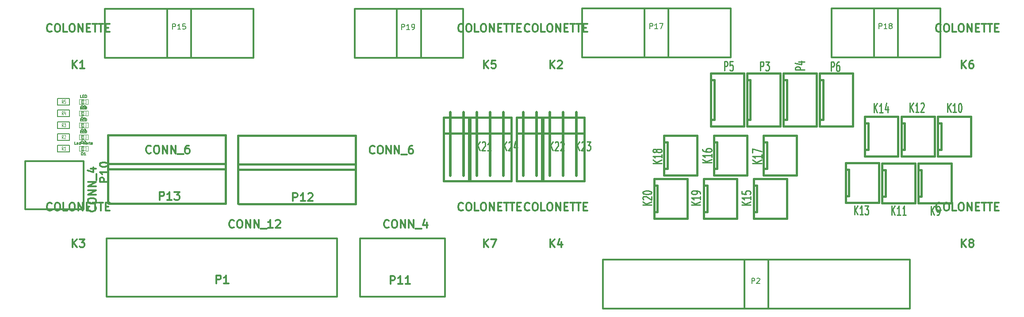
<source format=gto>
G04 #@! TF.FileFunction,Legend,Top*
%FSLAX46Y46*%
G04 Gerber Fmt 4.6, Leading zero omitted, Abs format (unit mm)*
G04 Created by KiCad (PCBNEW 4.0.0-rc1-stable) date mer. 14 oct. 2015 22:43:12 CEST*
%MOMM*%
G01*
G04 APERTURE LIST*
%ADD10C,0.200000*%
%ADD11C,0.381000*%
%ADD12C,0.127000*%
%ADD13C,0.066040*%
%ADD14C,0.101600*%
%ADD15C,0.304800*%
%ADD16C,0.299720*%
%ADD17C,0.300000*%
%ADD18C,0.508000*%
%ADD19C,0.400000*%
%ADD20C,0.114300*%
%ADD21C,0.271780*%
%ADD22C,0.203200*%
G04 APERTURE END LIST*
D10*
D11*
X90805000Y-57594500D02*
X113284000Y-57594500D01*
X90932000Y-70675500D02*
X113284000Y-70675500D01*
X91440000Y-64071500D02*
X90932000Y-64071500D01*
X91186000Y-64071500D02*
X113030000Y-64071500D01*
X113030000Y-64071500D02*
X113284000Y-64071500D01*
X90932000Y-63055500D02*
X113284000Y-63055500D01*
X113284000Y-63055500D02*
X113284000Y-57594500D01*
X90805000Y-57594500D02*
X90805000Y-63436500D01*
X90805000Y-70612000D02*
X90805000Y-63119000D01*
X113284000Y-70612000D02*
X113284000Y-63119000D01*
X65913000Y-57531000D02*
X88392000Y-57531000D01*
X66040000Y-70612000D02*
X88392000Y-70612000D01*
X66548000Y-64008000D02*
X66040000Y-64008000D01*
X66294000Y-64008000D02*
X88138000Y-64008000D01*
X88138000Y-64008000D02*
X88392000Y-64008000D01*
X66040000Y-62992000D02*
X88392000Y-62992000D01*
X88392000Y-62992000D02*
X88392000Y-57531000D01*
X65913000Y-57531000D02*
X65913000Y-63373000D01*
X65913000Y-70548500D02*
X65913000Y-63055500D01*
X88392000Y-70548500D02*
X88392000Y-63055500D01*
D12*
X56261000Y-50482500D02*
X58547000Y-50482500D01*
X58547000Y-50482500D02*
X58547000Y-51752500D01*
X58547000Y-51752500D02*
X56261000Y-51752500D01*
X56261000Y-51752500D02*
X56261000Y-50482500D01*
X56261000Y-59436000D02*
X58547000Y-59436000D01*
X58547000Y-59436000D02*
X58547000Y-60706000D01*
X58547000Y-60706000D02*
X56261000Y-60706000D01*
X56261000Y-60706000D02*
X56261000Y-59436000D01*
X56261000Y-54927500D02*
X58547000Y-54927500D01*
X58547000Y-54927500D02*
X58547000Y-56197500D01*
X58547000Y-56197500D02*
X56261000Y-56197500D01*
X56261000Y-56197500D02*
X56261000Y-54927500D01*
X56261000Y-52641500D02*
X58547000Y-52641500D01*
X58547000Y-52641500D02*
X58547000Y-53911500D01*
X58547000Y-53911500D02*
X56261000Y-53911500D01*
X56261000Y-53911500D02*
X56261000Y-52641500D01*
X56261000Y-57213500D02*
X58547000Y-57213500D01*
X58547000Y-57213500D02*
X58547000Y-58483500D01*
X58547000Y-58483500D02*
X56261000Y-58483500D01*
X56261000Y-58483500D02*
X56261000Y-57213500D01*
D13*
X60764420Y-60520580D02*
X60764420Y-59621420D01*
X60764420Y-59621420D02*
X60365640Y-59621420D01*
X60365640Y-60520580D02*
X60365640Y-59621420D01*
X60764420Y-60520580D02*
X60365640Y-60520580D01*
X62062360Y-60520580D02*
X62062360Y-59621420D01*
X62062360Y-59621420D02*
X61663580Y-59621420D01*
X61663580Y-60520580D02*
X61663580Y-59621420D01*
X62062360Y-60520580D02*
X61663580Y-60520580D01*
X61214000Y-60520580D02*
X61214000Y-60370720D01*
X61214000Y-60370720D02*
X60914280Y-60370720D01*
X60914280Y-60520580D02*
X60914280Y-60370720D01*
X61214000Y-60520580D02*
X60914280Y-60520580D01*
X61214000Y-59771280D02*
X61214000Y-59621420D01*
X61214000Y-59621420D02*
X60914280Y-59621420D01*
X60914280Y-59771280D02*
X60914280Y-59621420D01*
X61214000Y-59771280D02*
X60914280Y-59771280D01*
X61214000Y-60220860D02*
X61214000Y-59921140D01*
X61214000Y-59921140D02*
X60914280Y-59921140D01*
X60914280Y-60220860D02*
X60914280Y-59921140D01*
X61214000Y-60220860D02*
X60914280Y-60220860D01*
D14*
X60764420Y-60469780D02*
X61663580Y-60469780D01*
X60764420Y-59672220D02*
X61663580Y-59672220D01*
D13*
X60764420Y-51567080D02*
X60764420Y-50667920D01*
X60764420Y-50667920D02*
X60365640Y-50667920D01*
X60365640Y-51567080D02*
X60365640Y-50667920D01*
X60764420Y-51567080D02*
X60365640Y-51567080D01*
X62062360Y-51567080D02*
X62062360Y-50667920D01*
X62062360Y-50667920D02*
X61663580Y-50667920D01*
X61663580Y-51567080D02*
X61663580Y-50667920D01*
X62062360Y-51567080D02*
X61663580Y-51567080D01*
X61214000Y-51567080D02*
X61214000Y-51417220D01*
X61214000Y-51417220D02*
X60914280Y-51417220D01*
X60914280Y-51567080D02*
X60914280Y-51417220D01*
X61214000Y-51567080D02*
X60914280Y-51567080D01*
X61214000Y-50817780D02*
X61214000Y-50667920D01*
X61214000Y-50667920D02*
X60914280Y-50667920D01*
X60914280Y-50817780D02*
X60914280Y-50667920D01*
X61214000Y-50817780D02*
X60914280Y-50817780D01*
X61214000Y-51267360D02*
X61214000Y-50967640D01*
X61214000Y-50967640D02*
X60914280Y-50967640D01*
X60914280Y-51267360D02*
X60914280Y-50967640D01*
X61214000Y-51267360D02*
X60914280Y-51267360D01*
D14*
X60764420Y-51516280D02*
X61663580Y-51516280D01*
X60764420Y-50718720D02*
X61663580Y-50718720D01*
D13*
X60764420Y-56012080D02*
X60764420Y-55112920D01*
X60764420Y-55112920D02*
X60365640Y-55112920D01*
X60365640Y-56012080D02*
X60365640Y-55112920D01*
X60764420Y-56012080D02*
X60365640Y-56012080D01*
X62062360Y-56012080D02*
X62062360Y-55112920D01*
X62062360Y-55112920D02*
X61663580Y-55112920D01*
X61663580Y-56012080D02*
X61663580Y-55112920D01*
X62062360Y-56012080D02*
X61663580Y-56012080D01*
X61214000Y-56012080D02*
X61214000Y-55862220D01*
X61214000Y-55862220D02*
X60914280Y-55862220D01*
X60914280Y-56012080D02*
X60914280Y-55862220D01*
X61214000Y-56012080D02*
X60914280Y-56012080D01*
X61214000Y-55262780D02*
X61214000Y-55112920D01*
X61214000Y-55112920D02*
X60914280Y-55112920D01*
X60914280Y-55262780D02*
X60914280Y-55112920D01*
X61214000Y-55262780D02*
X60914280Y-55262780D01*
X61214000Y-55712360D02*
X61214000Y-55412640D01*
X61214000Y-55412640D02*
X60914280Y-55412640D01*
X60914280Y-55712360D02*
X60914280Y-55412640D01*
X61214000Y-55712360D02*
X60914280Y-55712360D01*
D14*
X60764420Y-55961280D02*
X61663580Y-55961280D01*
X60764420Y-55163720D02*
X61663580Y-55163720D01*
D13*
X60764420Y-53726080D02*
X60764420Y-52826920D01*
X60764420Y-52826920D02*
X60365640Y-52826920D01*
X60365640Y-53726080D02*
X60365640Y-52826920D01*
X60764420Y-53726080D02*
X60365640Y-53726080D01*
X62062360Y-53726080D02*
X62062360Y-52826920D01*
X62062360Y-52826920D02*
X61663580Y-52826920D01*
X61663580Y-53726080D02*
X61663580Y-52826920D01*
X62062360Y-53726080D02*
X61663580Y-53726080D01*
X61214000Y-53726080D02*
X61214000Y-53576220D01*
X61214000Y-53576220D02*
X60914280Y-53576220D01*
X60914280Y-53726080D02*
X60914280Y-53576220D01*
X61214000Y-53726080D02*
X60914280Y-53726080D01*
X61214000Y-52976780D02*
X61214000Y-52826920D01*
X61214000Y-52826920D02*
X60914280Y-52826920D01*
X60914280Y-52976780D02*
X60914280Y-52826920D01*
X61214000Y-52976780D02*
X60914280Y-52976780D01*
X61214000Y-53426360D02*
X61214000Y-53126640D01*
X61214000Y-53126640D02*
X60914280Y-53126640D01*
X60914280Y-53426360D02*
X60914280Y-53126640D01*
X61214000Y-53426360D02*
X60914280Y-53426360D01*
D14*
X60764420Y-53675280D02*
X61663580Y-53675280D01*
X60764420Y-52877720D02*
X61663580Y-52877720D01*
D13*
X60764420Y-58298080D02*
X60764420Y-57398920D01*
X60764420Y-57398920D02*
X60365640Y-57398920D01*
X60365640Y-58298080D02*
X60365640Y-57398920D01*
X60764420Y-58298080D02*
X60365640Y-58298080D01*
X62062360Y-58298080D02*
X62062360Y-57398920D01*
X62062360Y-57398920D02*
X61663580Y-57398920D01*
X61663580Y-58298080D02*
X61663580Y-57398920D01*
X62062360Y-58298080D02*
X61663580Y-58298080D01*
X61214000Y-58298080D02*
X61214000Y-58148220D01*
X61214000Y-58148220D02*
X60914280Y-58148220D01*
X60914280Y-58298080D02*
X60914280Y-58148220D01*
X61214000Y-58298080D02*
X60914280Y-58298080D01*
X61214000Y-57548780D02*
X61214000Y-57398920D01*
X61214000Y-57398920D02*
X60914280Y-57398920D01*
X60914280Y-57548780D02*
X60914280Y-57398920D01*
X61214000Y-57548780D02*
X60914280Y-57548780D01*
X61214000Y-57998360D02*
X61214000Y-57698640D01*
X61214000Y-57698640D02*
X60914280Y-57698640D01*
X60914280Y-57998360D02*
X60914280Y-57698640D01*
X61214000Y-57998360D02*
X60914280Y-57998360D01*
D14*
X60764420Y-58247280D02*
X61663580Y-58247280D01*
X60764420Y-57449720D02*
X61663580Y-57449720D01*
D11*
X195199000Y-46926500D02*
X195834000Y-46926500D01*
X195834000Y-46926500D02*
X195834000Y-54546500D01*
X195834000Y-54546500D02*
X195199000Y-54546500D01*
X201549000Y-55816500D02*
X201549000Y-45656500D01*
X201549000Y-45656500D02*
X195199000Y-45656500D01*
X195199000Y-45656500D02*
X195199000Y-55816500D01*
X195199000Y-55816500D02*
X201549000Y-55816500D01*
X188214000Y-46926500D02*
X188849000Y-46926500D01*
X188849000Y-46926500D02*
X188849000Y-54546500D01*
X188849000Y-54546500D02*
X188214000Y-54546500D01*
X194564000Y-55816500D02*
X194564000Y-45656500D01*
X194564000Y-45656500D02*
X188214000Y-45656500D01*
X188214000Y-45656500D02*
X188214000Y-55816500D01*
X188214000Y-55816500D02*
X194564000Y-55816500D01*
X181292500Y-46926500D02*
X181927500Y-46926500D01*
X181927500Y-46926500D02*
X181927500Y-54546500D01*
X181927500Y-54546500D02*
X181292500Y-54546500D01*
X187642500Y-55816500D02*
X187642500Y-45656500D01*
X187642500Y-45656500D02*
X181292500Y-45656500D01*
X181292500Y-45656500D02*
X181292500Y-55816500D01*
X181292500Y-55816500D02*
X187642500Y-55816500D01*
X202120500Y-46926500D02*
X202755500Y-46926500D01*
X202755500Y-46926500D02*
X202755500Y-54546500D01*
X202755500Y-54546500D02*
X202120500Y-54546500D01*
X208470500Y-55816500D02*
X208470500Y-45656500D01*
X208470500Y-45656500D02*
X202120500Y-45656500D01*
X202120500Y-45656500D02*
X202120500Y-55816500D01*
X202120500Y-55816500D02*
X208470500Y-55816500D01*
D15*
X204420500Y-42576500D02*
X225220500Y-42576500D01*
X225220500Y-33176500D02*
X204420500Y-33176500D01*
X204420500Y-33176500D02*
X204420500Y-42576500D01*
X225220500Y-33176500D02*
X225220500Y-42576500D01*
D16*
X217120500Y-33176500D02*
X217120500Y-42576500D01*
X212520500Y-33176500D02*
X212520500Y-42576500D01*
D15*
X113107500Y-42703500D02*
X133907500Y-42703500D01*
X133907500Y-33303500D02*
X113107500Y-33303500D01*
X113107500Y-33303500D02*
X113107500Y-42703500D01*
X133907500Y-33303500D02*
X133907500Y-42703500D01*
D16*
X125807500Y-33303500D02*
X125807500Y-42703500D01*
X121207500Y-33303500D02*
X121207500Y-42703500D01*
D15*
X156678500Y-42576500D02*
X185078500Y-42576500D01*
X185078500Y-33176500D02*
X156678500Y-33176500D01*
X156678500Y-33176500D02*
X156678500Y-42576500D01*
X185078500Y-33176500D02*
X185078500Y-42576500D01*
D16*
X173178500Y-33176500D02*
X173178500Y-42576500D01*
X168578500Y-33176500D02*
X168578500Y-42576500D01*
D15*
X65302000Y-42703500D02*
X93702000Y-42703500D01*
X93702000Y-33303500D02*
X65302000Y-33303500D01*
X65302000Y-33303500D02*
X65302000Y-42703500D01*
X93702000Y-33303500D02*
X93702000Y-42703500D01*
D16*
X81802000Y-33303500D02*
X81802000Y-42703500D01*
X77202000Y-33303500D02*
X77202000Y-42703500D01*
D15*
X219392000Y-81375500D02*
X160592000Y-81375500D01*
X160592000Y-90775500D02*
X219392000Y-90775500D01*
X219392000Y-90775500D02*
X219392000Y-81375500D01*
X160592000Y-90775500D02*
X160592000Y-81375500D01*
D16*
X187692000Y-90775500D02*
X187692000Y-81375500D01*
X192292000Y-90775500D02*
X192292000Y-81375500D01*
D17*
X109728000Y-88455500D02*
X65659000Y-88455500D01*
X109728000Y-77279500D02*
X109728000Y-88455500D01*
X65659000Y-77279500D02*
X109728000Y-77279500D01*
X65659000Y-77279500D02*
X65659000Y-88455500D01*
D11*
X221615000Y-69278500D02*
X220980000Y-69278500D01*
X220980000Y-62928500D02*
X220980000Y-70548500D01*
X221615000Y-69278500D02*
X221615000Y-64198500D01*
X221615000Y-64198500D02*
X220980000Y-64198500D01*
X220980000Y-70548500D02*
X227330000Y-70548500D01*
X227330000Y-70548500D02*
X227330000Y-62928500D01*
X221615000Y-64198500D02*
X220980000Y-64198500D01*
X220980000Y-62928500D02*
X227330000Y-62928500D01*
X214693500Y-69278500D02*
X214058500Y-69278500D01*
X214058500Y-62928500D02*
X214058500Y-70548500D01*
X214693500Y-69278500D02*
X214693500Y-64198500D01*
X214693500Y-64198500D02*
X214058500Y-64198500D01*
X214058500Y-70548500D02*
X220408500Y-70548500D01*
X220408500Y-70548500D02*
X220408500Y-62928500D01*
X214693500Y-64198500D02*
X214058500Y-64198500D01*
X214058500Y-62928500D02*
X220408500Y-62928500D01*
X225361500Y-60261500D02*
X224726500Y-60261500D01*
X224726500Y-53911500D02*
X224726500Y-61531500D01*
X225361500Y-60261500D02*
X225361500Y-55181500D01*
X225361500Y-55181500D02*
X224726500Y-55181500D01*
X224726500Y-61531500D02*
X231076500Y-61531500D01*
X231076500Y-61531500D02*
X231076500Y-53911500D01*
X225361500Y-55181500D02*
X224726500Y-55181500D01*
X224726500Y-53911500D02*
X231076500Y-53911500D01*
X207708500Y-69215000D02*
X207073500Y-69215000D01*
X207073500Y-62865000D02*
X207073500Y-70485000D01*
X207708500Y-69215000D02*
X207708500Y-64135000D01*
X207708500Y-64135000D02*
X207073500Y-64135000D01*
X207073500Y-70485000D02*
X213423500Y-70485000D01*
X213423500Y-70485000D02*
X213423500Y-62865000D01*
X207708500Y-64135000D02*
X207073500Y-64135000D01*
X207073500Y-62865000D02*
X213423500Y-62865000D01*
X218376500Y-60261500D02*
X217741500Y-60261500D01*
X217741500Y-53911500D02*
X217741500Y-61531500D01*
X218376500Y-60261500D02*
X218376500Y-55181500D01*
X218376500Y-55181500D02*
X217741500Y-55181500D01*
X217741500Y-61531500D02*
X224091500Y-61531500D01*
X224091500Y-61531500D02*
X224091500Y-53911500D01*
X218376500Y-55181500D02*
X217741500Y-55181500D01*
X217741500Y-53911500D02*
X224091500Y-53911500D01*
X211391500Y-60261500D02*
X210756500Y-60261500D01*
X210756500Y-53911500D02*
X210756500Y-61531500D01*
X211391500Y-60261500D02*
X211391500Y-55181500D01*
X211391500Y-55181500D02*
X210756500Y-55181500D01*
X210756500Y-61531500D02*
X217106500Y-61531500D01*
X217106500Y-61531500D02*
X217106500Y-53911500D01*
X211391500Y-55181500D02*
X210756500Y-55181500D01*
X210756500Y-53911500D02*
X217106500Y-53911500D01*
X190119000Y-72199500D02*
X189484000Y-72199500D01*
X189484000Y-65849500D02*
X189484000Y-73469500D01*
X190119000Y-72199500D02*
X190119000Y-67119500D01*
X190119000Y-67119500D02*
X189484000Y-67119500D01*
X189484000Y-73469500D02*
X195834000Y-73469500D01*
X195834000Y-73469500D02*
X195834000Y-65849500D01*
X190119000Y-67119500D02*
X189484000Y-67119500D01*
X189484000Y-65849500D02*
X195834000Y-65849500D01*
X192024000Y-63944500D02*
X191389000Y-63944500D01*
X191389000Y-57594500D02*
X191389000Y-65214500D01*
X192024000Y-63944500D02*
X192024000Y-58864500D01*
X192024000Y-58864500D02*
X191389000Y-58864500D01*
X191389000Y-65214500D02*
X197739000Y-65214500D01*
X197739000Y-65214500D02*
X197739000Y-57594500D01*
X192024000Y-58864500D02*
X191389000Y-58864500D01*
X191389000Y-57594500D02*
X197739000Y-57594500D01*
X180594000Y-72199500D02*
X179959000Y-72199500D01*
X179959000Y-65849500D02*
X179959000Y-73469500D01*
X180594000Y-72199500D02*
X180594000Y-67119500D01*
X180594000Y-67119500D02*
X179959000Y-67119500D01*
X179959000Y-73469500D02*
X186309000Y-73469500D01*
X186309000Y-73469500D02*
X186309000Y-65849500D01*
X180594000Y-67119500D02*
X179959000Y-67119500D01*
X179959000Y-65849500D02*
X186309000Y-65849500D01*
X182499000Y-63944500D02*
X181864000Y-63944500D01*
X181864000Y-57594500D02*
X181864000Y-65214500D01*
X182499000Y-63944500D02*
X182499000Y-58864500D01*
X182499000Y-58864500D02*
X181864000Y-58864500D01*
X181864000Y-65214500D02*
X188214000Y-65214500D01*
X188214000Y-65214500D02*
X188214000Y-57594500D01*
X182499000Y-58864500D02*
X181864000Y-58864500D01*
X181864000Y-57594500D02*
X188214000Y-57594500D01*
X172974000Y-63944500D02*
X172339000Y-63944500D01*
X172339000Y-57594500D02*
X172339000Y-65214500D01*
X172974000Y-63944500D02*
X172974000Y-58864500D01*
X172974000Y-58864500D02*
X172339000Y-58864500D01*
X172339000Y-65214500D02*
X178689000Y-65214500D01*
X178689000Y-65214500D02*
X178689000Y-57594500D01*
X172974000Y-58864500D02*
X172339000Y-58864500D01*
X172339000Y-57594500D02*
X178689000Y-57594500D01*
X171069000Y-72199500D02*
X170434000Y-72199500D01*
X170434000Y-65849500D02*
X170434000Y-73469500D01*
X171069000Y-72199500D02*
X171069000Y-67119500D01*
X171069000Y-67119500D02*
X170434000Y-67119500D01*
X170434000Y-73469500D02*
X176784000Y-73469500D01*
X176784000Y-73469500D02*
X176784000Y-65849500D01*
X171069000Y-67119500D02*
X170434000Y-67119500D01*
X170434000Y-65849500D02*
X176784000Y-65849500D01*
D17*
X114109500Y-77279500D02*
X130429000Y-77279500D01*
X114109500Y-88455500D02*
X130429000Y-88455500D01*
X130429000Y-77279500D02*
X130429000Y-88455500D01*
X114109500Y-77279500D02*
X114109500Y-88455500D01*
X61214000Y-62484000D02*
X61214000Y-71755000D01*
X50038000Y-62484000D02*
X50038000Y-71755000D01*
X61214000Y-71755000D02*
X50038000Y-71755000D01*
X61214000Y-62484000D02*
X50038000Y-62484000D01*
D11*
X143129000Y-57150000D02*
X135001000Y-57150000D01*
X135001000Y-54102000D02*
X143129000Y-54102000D01*
X143129000Y-66294000D02*
X135001000Y-66294000D01*
X135001000Y-54102000D02*
X135001000Y-66294000D01*
D18*
X141605000Y-53086000D02*
X141605000Y-65278000D01*
X139065000Y-63754000D02*
X139065000Y-65278000D01*
X136525000Y-53086000D02*
X136525000Y-65278000D01*
X139065000Y-53086000D02*
X139065000Y-63754000D01*
D11*
X141605000Y-54610000D02*
X141605000Y-63754000D01*
X141605000Y-53086000D02*
X141605000Y-54102000D01*
X143129000Y-54102000D02*
X143129000Y-66294000D01*
X157099000Y-57150000D02*
X148971000Y-57150000D01*
X148971000Y-54102000D02*
X157099000Y-54102000D01*
X157099000Y-66294000D02*
X148971000Y-66294000D01*
X148971000Y-54102000D02*
X148971000Y-66294000D01*
D18*
X155575000Y-53086000D02*
X155575000Y-65278000D01*
X153035000Y-63754000D02*
X153035000Y-65278000D01*
X150495000Y-53086000D02*
X150495000Y-65278000D01*
X153035000Y-53086000D02*
X153035000Y-63754000D01*
D11*
X155575000Y-54610000D02*
X155575000Y-63754000D01*
X155575000Y-53086000D02*
X155575000Y-54102000D01*
X157099000Y-54102000D02*
X157099000Y-66294000D01*
D19*
X135260080Y-66294000D02*
X130180080Y-66294000D01*
X135260080Y-57150000D02*
X130180080Y-57150000D01*
X135260080Y-54102000D02*
X130180080Y-54102000D01*
D11*
X130180080Y-54102000D02*
X130180080Y-66294000D01*
D18*
X133990080Y-63754000D02*
X133990080Y-65278000D01*
X131450080Y-53086000D02*
X131450080Y-65278000D01*
X133990080Y-53086000D02*
X133990080Y-63754000D01*
D11*
X135260080Y-54102000D02*
X135260080Y-66294000D01*
D19*
X149230080Y-66299080D02*
X144150080Y-66299080D01*
X149230080Y-57155080D02*
X144150080Y-57155080D01*
X149230080Y-54107080D02*
X144150080Y-54107080D01*
D11*
X144150080Y-54107080D02*
X144150080Y-66299080D01*
D18*
X147960080Y-63759080D02*
X147960080Y-65283080D01*
X145420080Y-53091080D02*
X145420080Y-65283080D01*
X147960080Y-53091080D02*
X147960080Y-63759080D01*
D11*
X149230080Y-54107080D02*
X149230080Y-66299080D01*
D15*
X101308988Y-70143189D02*
X101308988Y-68619189D01*
X101889560Y-68619189D01*
X102034702Y-68691760D01*
X102107274Y-68764331D01*
X102179845Y-68909474D01*
X102179845Y-69127189D01*
X102107274Y-69272331D01*
X102034702Y-69344903D01*
X101889560Y-69417474D01*
X101308988Y-69417474D01*
X103631274Y-70143189D02*
X102760417Y-70143189D01*
X103195845Y-70143189D02*
X103195845Y-68619189D01*
X103050702Y-68836903D01*
X102905560Y-68982046D01*
X102760417Y-69054617D01*
X104211846Y-68764331D02*
X104284417Y-68691760D01*
X104429560Y-68619189D01*
X104792417Y-68619189D01*
X104937560Y-68691760D01*
X105010131Y-68764331D01*
X105082703Y-68909474D01*
X105082703Y-69054617D01*
X105010131Y-69272331D01*
X104139274Y-70143189D01*
X105082703Y-70143189D01*
X116912572Y-60932786D02*
X116840001Y-61005357D01*
X116622287Y-61077929D01*
X116477144Y-61077929D01*
X116259429Y-61005357D01*
X116114287Y-60860214D01*
X116041715Y-60715071D01*
X115969144Y-60424786D01*
X115969144Y-60207071D01*
X116041715Y-59916786D01*
X116114287Y-59771643D01*
X116259429Y-59626500D01*
X116477144Y-59553929D01*
X116622287Y-59553929D01*
X116840001Y-59626500D01*
X116912572Y-59699071D01*
X117856001Y-59553929D02*
X118146287Y-59553929D01*
X118291429Y-59626500D01*
X118436572Y-59771643D01*
X118509144Y-60061929D01*
X118509144Y-60569929D01*
X118436572Y-60860214D01*
X118291429Y-61005357D01*
X118146287Y-61077929D01*
X117856001Y-61077929D01*
X117710858Y-61005357D01*
X117565715Y-60860214D01*
X117493144Y-60569929D01*
X117493144Y-60061929D01*
X117565715Y-59771643D01*
X117710858Y-59626500D01*
X117856001Y-59553929D01*
X119162286Y-61077929D02*
X119162286Y-59553929D01*
X120033143Y-61077929D01*
X120033143Y-59553929D01*
X120758857Y-61077929D02*
X120758857Y-59553929D01*
X121629714Y-61077929D01*
X121629714Y-59553929D01*
X121992571Y-61223071D02*
X123153714Y-61223071D01*
X124169714Y-59553929D02*
X123879428Y-59553929D01*
X123734285Y-59626500D01*
X123661714Y-59699071D01*
X123516571Y-59916786D01*
X123444000Y-60207071D01*
X123444000Y-60787643D01*
X123516571Y-60932786D01*
X123589143Y-61005357D01*
X123734285Y-61077929D01*
X124024571Y-61077929D01*
X124169714Y-61005357D01*
X124242285Y-60932786D01*
X124314857Y-60787643D01*
X124314857Y-60424786D01*
X124242285Y-60279643D01*
X124169714Y-60207071D01*
X124024571Y-60134500D01*
X123734285Y-60134500D01*
X123589143Y-60207071D01*
X123516571Y-60279643D01*
X123444000Y-60424786D01*
X75781988Y-69901889D02*
X75781988Y-68377889D01*
X76362560Y-68377889D01*
X76507702Y-68450460D01*
X76580274Y-68523031D01*
X76652845Y-68668174D01*
X76652845Y-68885889D01*
X76580274Y-69031031D01*
X76507702Y-69103603D01*
X76362560Y-69176174D01*
X75781988Y-69176174D01*
X78104274Y-69901889D02*
X77233417Y-69901889D01*
X77668845Y-69901889D02*
X77668845Y-68377889D01*
X77523702Y-68595603D01*
X77378560Y-68740746D01*
X77233417Y-68813317D01*
X78612274Y-68377889D02*
X79555703Y-68377889D01*
X79047703Y-68958460D01*
X79265417Y-68958460D01*
X79410560Y-69031031D01*
X79483131Y-69103603D01*
X79555703Y-69248746D01*
X79555703Y-69611603D01*
X79483131Y-69756746D01*
X79410560Y-69829317D01*
X79265417Y-69901889D01*
X78829989Y-69901889D01*
X78684846Y-69829317D01*
X78612274Y-69756746D01*
X74113572Y-60869286D02*
X74041001Y-60941857D01*
X73823287Y-61014429D01*
X73678144Y-61014429D01*
X73460429Y-60941857D01*
X73315287Y-60796714D01*
X73242715Y-60651571D01*
X73170144Y-60361286D01*
X73170144Y-60143571D01*
X73242715Y-59853286D01*
X73315287Y-59708143D01*
X73460429Y-59563000D01*
X73678144Y-59490429D01*
X73823287Y-59490429D01*
X74041001Y-59563000D01*
X74113572Y-59635571D01*
X75057001Y-59490429D02*
X75347287Y-59490429D01*
X75492429Y-59563000D01*
X75637572Y-59708143D01*
X75710144Y-59998429D01*
X75710144Y-60506429D01*
X75637572Y-60796714D01*
X75492429Y-60941857D01*
X75347287Y-61014429D01*
X75057001Y-61014429D01*
X74911858Y-60941857D01*
X74766715Y-60796714D01*
X74694144Y-60506429D01*
X74694144Y-59998429D01*
X74766715Y-59708143D01*
X74911858Y-59563000D01*
X75057001Y-59490429D01*
X76363286Y-61014429D02*
X76363286Y-59490429D01*
X77234143Y-61014429D01*
X77234143Y-59490429D01*
X77959857Y-61014429D02*
X77959857Y-59490429D01*
X78830714Y-61014429D01*
X78830714Y-59490429D01*
X79193571Y-61159571D02*
X80354714Y-61159571D01*
X81370714Y-59490429D02*
X81080428Y-59490429D01*
X80935285Y-59563000D01*
X80862714Y-59635571D01*
X80717571Y-59853286D01*
X80645000Y-60143571D01*
X80645000Y-60724143D01*
X80717571Y-60869286D01*
X80790143Y-60941857D01*
X80935285Y-61014429D01*
X81225571Y-61014429D01*
X81370714Y-60941857D01*
X81443285Y-60869286D01*
X81515857Y-60724143D01*
X81515857Y-60361286D01*
X81443285Y-60216143D01*
X81370714Y-60143571D01*
X81225571Y-60071000D01*
X80935285Y-60071000D01*
X80790143Y-60143571D01*
X80717571Y-60216143D01*
X80645000Y-60361286D01*
D20*
X57327800Y-51439233D02*
X57175400Y-51100567D01*
X57066543Y-51439233D02*
X57066543Y-50728033D01*
X57240715Y-50728033D01*
X57284257Y-50761900D01*
X57306029Y-50795767D01*
X57327800Y-50863500D01*
X57327800Y-50965100D01*
X57306029Y-51032833D01*
X57284257Y-51066700D01*
X57240715Y-51100567D01*
X57066543Y-51100567D01*
X57741457Y-50728033D02*
X57523743Y-50728033D01*
X57501972Y-51066700D01*
X57523743Y-51032833D01*
X57567286Y-50998967D01*
X57676143Y-50998967D01*
X57719686Y-51032833D01*
X57741457Y-51066700D01*
X57763229Y-51134433D01*
X57763229Y-51303767D01*
X57741457Y-51371500D01*
X57719686Y-51405367D01*
X57676143Y-51439233D01*
X57567286Y-51439233D01*
X57523743Y-51405367D01*
X57501972Y-51371500D01*
X57327800Y-60392733D02*
X57175400Y-60054067D01*
X57066543Y-60392733D02*
X57066543Y-59681533D01*
X57240715Y-59681533D01*
X57284257Y-59715400D01*
X57306029Y-59749267D01*
X57327800Y-59817000D01*
X57327800Y-59918600D01*
X57306029Y-59986333D01*
X57284257Y-60020200D01*
X57240715Y-60054067D01*
X57066543Y-60054067D01*
X57763229Y-60392733D02*
X57501972Y-60392733D01*
X57632600Y-60392733D02*
X57632600Y-59681533D01*
X57589057Y-59783133D01*
X57545515Y-59850867D01*
X57501972Y-59884733D01*
X57327800Y-55884233D02*
X57175400Y-55545567D01*
X57066543Y-55884233D02*
X57066543Y-55173033D01*
X57240715Y-55173033D01*
X57284257Y-55206900D01*
X57306029Y-55240767D01*
X57327800Y-55308500D01*
X57327800Y-55410100D01*
X57306029Y-55477833D01*
X57284257Y-55511700D01*
X57240715Y-55545567D01*
X57066543Y-55545567D01*
X57480200Y-55173033D02*
X57763229Y-55173033D01*
X57610829Y-55443967D01*
X57676143Y-55443967D01*
X57719686Y-55477833D01*
X57741457Y-55511700D01*
X57763229Y-55579433D01*
X57763229Y-55748767D01*
X57741457Y-55816500D01*
X57719686Y-55850367D01*
X57676143Y-55884233D01*
X57545515Y-55884233D01*
X57501972Y-55850367D01*
X57480200Y-55816500D01*
X57327800Y-53598233D02*
X57175400Y-53259567D01*
X57066543Y-53598233D02*
X57066543Y-52887033D01*
X57240715Y-52887033D01*
X57284257Y-52920900D01*
X57306029Y-52954767D01*
X57327800Y-53022500D01*
X57327800Y-53124100D01*
X57306029Y-53191833D01*
X57284257Y-53225700D01*
X57240715Y-53259567D01*
X57066543Y-53259567D01*
X57719686Y-53124100D02*
X57719686Y-53598233D01*
X57610829Y-52853167D02*
X57501972Y-53361167D01*
X57785000Y-53361167D01*
X57327800Y-58170233D02*
X57175400Y-57831567D01*
X57066543Y-58170233D02*
X57066543Y-57459033D01*
X57240715Y-57459033D01*
X57284257Y-57492900D01*
X57306029Y-57526767D01*
X57327800Y-57594500D01*
X57327800Y-57696100D01*
X57306029Y-57763833D01*
X57284257Y-57797700D01*
X57240715Y-57831567D01*
X57066543Y-57831567D01*
X57501972Y-57526767D02*
X57523743Y-57492900D01*
X57567286Y-57459033D01*
X57676143Y-57459033D01*
X57719686Y-57492900D01*
X57741457Y-57526767D01*
X57763229Y-57594500D01*
X57763229Y-57662233D01*
X57741457Y-57763833D01*
X57480200Y-58170233D01*
X57763229Y-58170233D01*
D12*
X60839047Y-61316810D02*
X60839047Y-60808810D01*
X60960000Y-60808810D01*
X61032571Y-60833000D01*
X61080952Y-60881381D01*
X61105143Y-60929762D01*
X61129333Y-61026524D01*
X61129333Y-61099095D01*
X61105143Y-61195857D01*
X61080952Y-61244238D01*
X61032571Y-61292619D01*
X60960000Y-61316810D01*
X60839047Y-61316810D01*
X61613143Y-61316810D02*
X61322857Y-61316810D01*
X61468000Y-61316810D02*
X61468000Y-60808810D01*
X61419619Y-60881381D01*
X61371238Y-60929762D01*
X61322857Y-60953952D01*
X59774666Y-59284810D02*
X59532761Y-59284810D01*
X59532761Y-58776810D01*
X60137523Y-59260619D02*
X60089142Y-59284810D01*
X59992380Y-59284810D01*
X59943999Y-59260619D01*
X59919809Y-59212238D01*
X59919809Y-59018714D01*
X59943999Y-58970333D01*
X59992380Y-58946143D01*
X60089142Y-58946143D01*
X60137523Y-58970333D01*
X60161714Y-59018714D01*
X60161714Y-59067095D01*
X59919809Y-59115476D01*
X60597143Y-59284810D02*
X60597143Y-58776810D01*
X60597143Y-59260619D02*
X60548762Y-59284810D01*
X60452000Y-59284810D01*
X60403619Y-59260619D01*
X60379428Y-59236429D01*
X60355238Y-59188048D01*
X60355238Y-59042905D01*
X60379428Y-58994524D01*
X60403619Y-58970333D01*
X60452000Y-58946143D01*
X60548762Y-58946143D01*
X60597143Y-58970333D01*
X61153524Y-58776810D02*
X61322857Y-59284810D01*
X61492191Y-58776810D01*
X61855048Y-59260619D02*
X61806667Y-59284810D01*
X61709905Y-59284810D01*
X61661524Y-59260619D01*
X61637334Y-59212238D01*
X61637334Y-59018714D01*
X61661524Y-58970333D01*
X61709905Y-58946143D01*
X61806667Y-58946143D01*
X61855048Y-58970333D01*
X61879239Y-59018714D01*
X61879239Y-59067095D01*
X61637334Y-59115476D01*
X62096953Y-59284810D02*
X62096953Y-58946143D01*
X62096953Y-59042905D02*
X62121144Y-58994524D01*
X62145334Y-58970333D01*
X62193715Y-58946143D01*
X62242096Y-58946143D01*
X62338858Y-58946143D02*
X62532382Y-58946143D01*
X62411429Y-58776810D02*
X62411429Y-59212238D01*
X62435620Y-59260619D01*
X62484001Y-59284810D01*
X62532382Y-59284810D01*
X62895239Y-59260619D02*
X62846858Y-59284810D01*
X62750096Y-59284810D01*
X62701715Y-59260619D01*
X62677525Y-59212238D01*
X62677525Y-59018714D01*
X62701715Y-58970333D01*
X62750096Y-58946143D01*
X62846858Y-58946143D01*
X62895239Y-58970333D01*
X62919430Y-59018714D01*
X62919430Y-59067095D01*
X62677525Y-59115476D01*
X60839047Y-52363310D02*
X60839047Y-51855310D01*
X60960000Y-51855310D01*
X61032571Y-51879500D01*
X61080952Y-51927881D01*
X61105143Y-51976262D01*
X61129333Y-52073024D01*
X61129333Y-52145595D01*
X61105143Y-52242357D01*
X61080952Y-52290738D01*
X61032571Y-52339119D01*
X60960000Y-52363310D01*
X60839047Y-52363310D01*
X61588952Y-51855310D02*
X61347047Y-51855310D01*
X61322857Y-52097214D01*
X61347047Y-52073024D01*
X61395428Y-52048833D01*
X61516381Y-52048833D01*
X61564762Y-52073024D01*
X61588952Y-52097214D01*
X61613143Y-52145595D01*
X61613143Y-52266548D01*
X61588952Y-52314929D01*
X61564762Y-52339119D01*
X61516381Y-52363310D01*
X61395428Y-52363310D01*
X61347047Y-52339119D01*
X61322857Y-52314929D01*
X60887429Y-50331310D02*
X60645524Y-50331310D01*
X60645524Y-49823310D01*
X61056762Y-50065214D02*
X61226096Y-50065214D01*
X61298667Y-50331310D02*
X61056762Y-50331310D01*
X61056762Y-49823310D01*
X61298667Y-49823310D01*
X61516381Y-50331310D02*
X61516381Y-49823310D01*
X61637334Y-49823310D01*
X61709905Y-49847500D01*
X61758286Y-49895881D01*
X61782477Y-49944262D01*
X61806667Y-50041024D01*
X61806667Y-50113595D01*
X61782477Y-50210357D01*
X61758286Y-50258738D01*
X61709905Y-50307119D01*
X61637334Y-50331310D01*
X61516381Y-50331310D01*
X60839047Y-56808310D02*
X60839047Y-56300310D01*
X60960000Y-56300310D01*
X61032571Y-56324500D01*
X61080952Y-56372881D01*
X61105143Y-56421262D01*
X61129333Y-56518024D01*
X61129333Y-56590595D01*
X61105143Y-56687357D01*
X61080952Y-56735738D01*
X61032571Y-56784119D01*
X60960000Y-56808310D01*
X60839047Y-56808310D01*
X61298666Y-56300310D02*
X61613143Y-56300310D01*
X61443809Y-56493833D01*
X61516381Y-56493833D01*
X61564762Y-56518024D01*
X61588952Y-56542214D01*
X61613143Y-56590595D01*
X61613143Y-56711548D01*
X61588952Y-56759929D01*
X61564762Y-56784119D01*
X61516381Y-56808310D01*
X61371238Y-56808310D01*
X61322857Y-56784119D01*
X61298666Y-56759929D01*
X60887429Y-54776310D02*
X60645524Y-54776310D01*
X60645524Y-54268310D01*
X61056762Y-54510214D02*
X61226096Y-54510214D01*
X61298667Y-54776310D02*
X61056762Y-54776310D01*
X61056762Y-54268310D01*
X61298667Y-54268310D01*
X61516381Y-54776310D02*
X61516381Y-54268310D01*
X61637334Y-54268310D01*
X61709905Y-54292500D01*
X61758286Y-54340881D01*
X61782477Y-54389262D01*
X61806667Y-54486024D01*
X61806667Y-54558595D01*
X61782477Y-54655357D01*
X61758286Y-54703738D01*
X61709905Y-54752119D01*
X61637334Y-54776310D01*
X61516381Y-54776310D01*
X60839047Y-54522310D02*
X60839047Y-54014310D01*
X60960000Y-54014310D01*
X61032571Y-54038500D01*
X61080952Y-54086881D01*
X61105143Y-54135262D01*
X61129333Y-54232024D01*
X61129333Y-54304595D01*
X61105143Y-54401357D01*
X61080952Y-54449738D01*
X61032571Y-54498119D01*
X60960000Y-54522310D01*
X60839047Y-54522310D01*
X61564762Y-54183643D02*
X61564762Y-54522310D01*
X61443809Y-53990119D02*
X61322857Y-54352976D01*
X61637333Y-54352976D01*
X60887429Y-52490310D02*
X60645524Y-52490310D01*
X60645524Y-51982310D01*
X61056762Y-52224214D02*
X61226096Y-52224214D01*
X61298667Y-52490310D02*
X61056762Y-52490310D01*
X61056762Y-51982310D01*
X61298667Y-51982310D01*
X61516381Y-52490310D02*
X61516381Y-51982310D01*
X61637334Y-51982310D01*
X61709905Y-52006500D01*
X61758286Y-52054881D01*
X61782477Y-52103262D01*
X61806667Y-52200024D01*
X61806667Y-52272595D01*
X61782477Y-52369357D01*
X61758286Y-52417738D01*
X61709905Y-52466119D01*
X61637334Y-52490310D01*
X61516381Y-52490310D01*
X60839047Y-59094310D02*
X60839047Y-58586310D01*
X60960000Y-58586310D01*
X61032571Y-58610500D01*
X61080952Y-58658881D01*
X61105143Y-58707262D01*
X61129333Y-58804024D01*
X61129333Y-58876595D01*
X61105143Y-58973357D01*
X61080952Y-59021738D01*
X61032571Y-59070119D01*
X60960000Y-59094310D01*
X60839047Y-59094310D01*
X61322857Y-58634690D02*
X61347047Y-58610500D01*
X61395428Y-58586310D01*
X61516381Y-58586310D01*
X61564762Y-58610500D01*
X61588952Y-58634690D01*
X61613143Y-58683071D01*
X61613143Y-58731452D01*
X61588952Y-58804024D01*
X61298666Y-59094310D01*
X61613143Y-59094310D01*
X60887429Y-57062310D02*
X60645524Y-57062310D01*
X60645524Y-56554310D01*
X61056762Y-56796214D02*
X61226096Y-56796214D01*
X61298667Y-57062310D02*
X61056762Y-57062310D01*
X61056762Y-56554310D01*
X61298667Y-56554310D01*
X61516381Y-57062310D02*
X61516381Y-56554310D01*
X61637334Y-56554310D01*
X61709905Y-56578500D01*
X61758286Y-56626881D01*
X61782477Y-56675262D01*
X61806667Y-56772024D01*
X61806667Y-56844595D01*
X61782477Y-56941357D01*
X61758286Y-56989738D01*
X61709905Y-57038119D01*
X61637334Y-57062310D01*
X61516381Y-57062310D01*
D21*
X199214680Y-45003478D02*
X197479860Y-45003478D01*
X197479860Y-44589337D01*
X197562470Y-44485802D01*
X197645080Y-44434034D01*
X197810301Y-44382266D01*
X198058133Y-44382266D01*
X198223354Y-44434034D01*
X198305964Y-44485802D01*
X198388575Y-44589337D01*
X198388575Y-45003478D01*
X198058133Y-43450449D02*
X199214680Y-43450449D01*
X197397249Y-43709287D02*
X198636406Y-43968126D01*
X198636406Y-43295146D01*
X190764402Y-45133200D02*
X190764402Y-43398380D01*
X191178543Y-43398380D01*
X191282078Y-43480990D01*
X191333846Y-43563600D01*
X191385614Y-43728821D01*
X191385614Y-43976653D01*
X191333846Y-44141874D01*
X191282078Y-44224484D01*
X191178543Y-44307095D01*
X190764402Y-44307095D01*
X191747987Y-43398380D02*
X192420966Y-43398380D01*
X192058593Y-44059263D01*
X192213895Y-44059263D01*
X192317431Y-44141874D01*
X192369198Y-44224484D01*
X192420966Y-44389705D01*
X192420966Y-44802758D01*
X192369198Y-44967979D01*
X192317431Y-45050589D01*
X192213895Y-45133200D01*
X191903290Y-45133200D01*
X191799754Y-45050589D01*
X191747987Y-44967979D01*
X183870842Y-45097640D02*
X183870842Y-43362820D01*
X184284983Y-43362820D01*
X184388518Y-43445430D01*
X184440286Y-43528040D01*
X184492054Y-43693261D01*
X184492054Y-43941093D01*
X184440286Y-44106314D01*
X184388518Y-44188924D01*
X184284983Y-44271535D01*
X183870842Y-44271535D01*
X185475638Y-43362820D02*
X184957962Y-43362820D01*
X184906194Y-44188924D01*
X184957962Y-44106314D01*
X185061497Y-44023703D01*
X185320335Y-44023703D01*
X185423871Y-44106314D01*
X185475638Y-44188924D01*
X185527406Y-44354145D01*
X185527406Y-44767198D01*
X185475638Y-44932419D01*
X185423871Y-45015029D01*
X185320335Y-45097640D01*
X185061497Y-45097640D01*
X184957962Y-45015029D01*
X184906194Y-44932419D01*
X204277202Y-45209400D02*
X204277202Y-43474580D01*
X204691343Y-43474580D01*
X204794878Y-43557190D01*
X204846646Y-43639800D01*
X204898414Y-43805021D01*
X204898414Y-44052853D01*
X204846646Y-44218074D01*
X204794878Y-44300684D01*
X204691343Y-44383295D01*
X204277202Y-44383295D01*
X205830231Y-43474580D02*
X205623160Y-43474580D01*
X205519625Y-43557190D01*
X205467857Y-43639800D01*
X205364322Y-43887632D01*
X205312554Y-44218074D01*
X205312554Y-44878958D01*
X205364322Y-45044179D01*
X205416090Y-45126789D01*
X205519625Y-45209400D01*
X205726695Y-45209400D01*
X205830231Y-45126789D01*
X205881998Y-45044179D01*
X205933766Y-44878958D01*
X205933766Y-44465905D01*
X205881998Y-44300684D01*
X205830231Y-44218074D01*
X205726695Y-44135463D01*
X205519625Y-44135463D01*
X205416090Y-44218074D01*
X205364322Y-44300684D01*
X205312554Y-44465905D01*
D15*
X59073143Y-44694929D02*
X59073143Y-43170929D01*
X59944000Y-44694929D02*
X59290857Y-43824071D01*
X59944000Y-43170929D02*
X59073143Y-44041786D01*
X61395429Y-44694929D02*
X60524572Y-44694929D01*
X60960000Y-44694929D02*
X60960000Y-43170929D01*
X60814857Y-43388643D01*
X60669715Y-43533786D01*
X60524572Y-43606357D01*
X55118001Y-37564786D02*
X55045430Y-37637357D01*
X54827716Y-37709929D01*
X54682573Y-37709929D01*
X54464858Y-37637357D01*
X54319716Y-37492214D01*
X54247144Y-37347071D01*
X54174573Y-37056786D01*
X54174573Y-36839071D01*
X54247144Y-36548786D01*
X54319716Y-36403643D01*
X54464858Y-36258500D01*
X54682573Y-36185929D01*
X54827716Y-36185929D01*
X55045430Y-36258500D01*
X55118001Y-36331071D01*
X56061430Y-36185929D02*
X56351716Y-36185929D01*
X56496858Y-36258500D01*
X56642001Y-36403643D01*
X56714573Y-36693929D01*
X56714573Y-37201929D01*
X56642001Y-37492214D01*
X56496858Y-37637357D01*
X56351716Y-37709929D01*
X56061430Y-37709929D01*
X55916287Y-37637357D01*
X55771144Y-37492214D01*
X55698573Y-37201929D01*
X55698573Y-36693929D01*
X55771144Y-36403643D01*
X55916287Y-36258500D01*
X56061430Y-36185929D01*
X58093429Y-37709929D02*
X57367715Y-37709929D01*
X57367715Y-36185929D01*
X58891715Y-36185929D02*
X59182001Y-36185929D01*
X59327143Y-36258500D01*
X59472286Y-36403643D01*
X59544858Y-36693929D01*
X59544858Y-37201929D01*
X59472286Y-37492214D01*
X59327143Y-37637357D01*
X59182001Y-37709929D01*
X58891715Y-37709929D01*
X58746572Y-37637357D01*
X58601429Y-37492214D01*
X58528858Y-37201929D01*
X58528858Y-36693929D01*
X58601429Y-36403643D01*
X58746572Y-36258500D01*
X58891715Y-36185929D01*
X60198000Y-37709929D02*
X60198000Y-36185929D01*
X61068857Y-37709929D01*
X61068857Y-36185929D01*
X61794571Y-36911643D02*
X62302571Y-36911643D01*
X62520285Y-37709929D02*
X61794571Y-37709929D01*
X61794571Y-36185929D01*
X62520285Y-36185929D01*
X62955714Y-36185929D02*
X63826571Y-36185929D01*
X63391142Y-37709929D02*
X63391142Y-36185929D01*
X64116857Y-36185929D02*
X64987714Y-36185929D01*
X64552285Y-37709929D02*
X64552285Y-36185929D01*
X65495714Y-36911643D02*
X66003714Y-36911643D01*
X66221428Y-37709929D02*
X65495714Y-37709929D01*
X65495714Y-36185929D01*
X66221428Y-36185929D01*
X59073143Y-78984929D02*
X59073143Y-77460929D01*
X59944000Y-78984929D02*
X59290857Y-78114071D01*
X59944000Y-77460929D02*
X59073143Y-78331786D01*
X60452000Y-77460929D02*
X61395429Y-77460929D01*
X60887429Y-78041500D01*
X61105143Y-78041500D01*
X61250286Y-78114071D01*
X61322857Y-78186643D01*
X61395429Y-78331786D01*
X61395429Y-78694643D01*
X61322857Y-78839786D01*
X61250286Y-78912357D01*
X61105143Y-78984929D01*
X60669715Y-78984929D01*
X60524572Y-78912357D01*
X60452000Y-78839786D01*
X55118001Y-71854786D02*
X55045430Y-71927357D01*
X54827716Y-71999929D01*
X54682573Y-71999929D01*
X54464858Y-71927357D01*
X54319716Y-71782214D01*
X54247144Y-71637071D01*
X54174573Y-71346786D01*
X54174573Y-71129071D01*
X54247144Y-70838786D01*
X54319716Y-70693643D01*
X54464858Y-70548500D01*
X54682573Y-70475929D01*
X54827716Y-70475929D01*
X55045430Y-70548500D01*
X55118001Y-70621071D01*
X56061430Y-70475929D02*
X56351716Y-70475929D01*
X56496858Y-70548500D01*
X56642001Y-70693643D01*
X56714573Y-70983929D01*
X56714573Y-71491929D01*
X56642001Y-71782214D01*
X56496858Y-71927357D01*
X56351716Y-71999929D01*
X56061430Y-71999929D01*
X55916287Y-71927357D01*
X55771144Y-71782214D01*
X55698573Y-71491929D01*
X55698573Y-70983929D01*
X55771144Y-70693643D01*
X55916287Y-70548500D01*
X56061430Y-70475929D01*
X58093429Y-71999929D02*
X57367715Y-71999929D01*
X57367715Y-70475929D01*
X58891715Y-70475929D02*
X59182001Y-70475929D01*
X59327143Y-70548500D01*
X59472286Y-70693643D01*
X59544858Y-70983929D01*
X59544858Y-71491929D01*
X59472286Y-71782214D01*
X59327143Y-71927357D01*
X59182001Y-71999929D01*
X58891715Y-71999929D01*
X58746572Y-71927357D01*
X58601429Y-71782214D01*
X58528858Y-71491929D01*
X58528858Y-70983929D01*
X58601429Y-70693643D01*
X58746572Y-70548500D01*
X58891715Y-70475929D01*
X60198000Y-71999929D02*
X60198000Y-70475929D01*
X61068857Y-71999929D01*
X61068857Y-70475929D01*
X61794571Y-71201643D02*
X62302571Y-71201643D01*
X62520285Y-71999929D02*
X61794571Y-71999929D01*
X61794571Y-70475929D01*
X62520285Y-70475929D01*
X62955714Y-70475929D02*
X63826571Y-70475929D01*
X63391142Y-71999929D02*
X63391142Y-70475929D01*
X64116857Y-70475929D02*
X64987714Y-70475929D01*
X64552285Y-71999929D02*
X64552285Y-70475929D01*
X65495714Y-71201643D02*
X66003714Y-71201643D01*
X66221428Y-71999929D02*
X65495714Y-71999929D01*
X65495714Y-70475929D01*
X66221428Y-70475929D01*
X137813143Y-44694929D02*
X137813143Y-43170929D01*
X138684000Y-44694929D02*
X138030857Y-43824071D01*
X138684000Y-43170929D02*
X137813143Y-44041786D01*
X140062857Y-43170929D02*
X139337143Y-43170929D01*
X139264572Y-43896643D01*
X139337143Y-43824071D01*
X139482286Y-43751500D01*
X139845143Y-43751500D01*
X139990286Y-43824071D01*
X140062857Y-43896643D01*
X140135429Y-44041786D01*
X140135429Y-44404643D01*
X140062857Y-44549786D01*
X139990286Y-44622357D01*
X139845143Y-44694929D01*
X139482286Y-44694929D01*
X139337143Y-44622357D01*
X139264572Y-44549786D01*
X133858001Y-37564786D02*
X133785430Y-37637357D01*
X133567716Y-37709929D01*
X133422573Y-37709929D01*
X133204858Y-37637357D01*
X133059716Y-37492214D01*
X132987144Y-37347071D01*
X132914573Y-37056786D01*
X132914573Y-36839071D01*
X132987144Y-36548786D01*
X133059716Y-36403643D01*
X133204858Y-36258500D01*
X133422573Y-36185929D01*
X133567716Y-36185929D01*
X133785430Y-36258500D01*
X133858001Y-36331071D01*
X134801430Y-36185929D02*
X135091716Y-36185929D01*
X135236858Y-36258500D01*
X135382001Y-36403643D01*
X135454573Y-36693929D01*
X135454573Y-37201929D01*
X135382001Y-37492214D01*
X135236858Y-37637357D01*
X135091716Y-37709929D01*
X134801430Y-37709929D01*
X134656287Y-37637357D01*
X134511144Y-37492214D01*
X134438573Y-37201929D01*
X134438573Y-36693929D01*
X134511144Y-36403643D01*
X134656287Y-36258500D01*
X134801430Y-36185929D01*
X136833429Y-37709929D02*
X136107715Y-37709929D01*
X136107715Y-36185929D01*
X137631715Y-36185929D02*
X137922001Y-36185929D01*
X138067143Y-36258500D01*
X138212286Y-36403643D01*
X138284858Y-36693929D01*
X138284858Y-37201929D01*
X138212286Y-37492214D01*
X138067143Y-37637357D01*
X137922001Y-37709929D01*
X137631715Y-37709929D01*
X137486572Y-37637357D01*
X137341429Y-37492214D01*
X137268858Y-37201929D01*
X137268858Y-36693929D01*
X137341429Y-36403643D01*
X137486572Y-36258500D01*
X137631715Y-36185929D01*
X138938000Y-37709929D02*
X138938000Y-36185929D01*
X139808857Y-37709929D01*
X139808857Y-36185929D01*
X140534571Y-36911643D02*
X141042571Y-36911643D01*
X141260285Y-37709929D02*
X140534571Y-37709929D01*
X140534571Y-36185929D01*
X141260285Y-36185929D01*
X141695714Y-36185929D02*
X142566571Y-36185929D01*
X142131142Y-37709929D02*
X142131142Y-36185929D01*
X142856857Y-36185929D02*
X143727714Y-36185929D01*
X143292285Y-37709929D02*
X143292285Y-36185929D01*
X144235714Y-36911643D02*
X144743714Y-36911643D01*
X144961428Y-37709929D02*
X144235714Y-37709929D01*
X144235714Y-36185929D01*
X144961428Y-36185929D01*
X137813143Y-78984929D02*
X137813143Y-77460929D01*
X138684000Y-78984929D02*
X138030857Y-78114071D01*
X138684000Y-77460929D02*
X137813143Y-78331786D01*
X139192000Y-77460929D02*
X140208000Y-77460929D01*
X139554857Y-78984929D01*
X133858001Y-71854786D02*
X133785430Y-71927357D01*
X133567716Y-71999929D01*
X133422573Y-71999929D01*
X133204858Y-71927357D01*
X133059716Y-71782214D01*
X132987144Y-71637071D01*
X132914573Y-71346786D01*
X132914573Y-71129071D01*
X132987144Y-70838786D01*
X133059716Y-70693643D01*
X133204858Y-70548500D01*
X133422573Y-70475929D01*
X133567716Y-70475929D01*
X133785430Y-70548500D01*
X133858001Y-70621071D01*
X134801430Y-70475929D02*
X135091716Y-70475929D01*
X135236858Y-70548500D01*
X135382001Y-70693643D01*
X135454573Y-70983929D01*
X135454573Y-71491929D01*
X135382001Y-71782214D01*
X135236858Y-71927357D01*
X135091716Y-71999929D01*
X134801430Y-71999929D01*
X134656287Y-71927357D01*
X134511144Y-71782214D01*
X134438573Y-71491929D01*
X134438573Y-70983929D01*
X134511144Y-70693643D01*
X134656287Y-70548500D01*
X134801430Y-70475929D01*
X136833429Y-71999929D02*
X136107715Y-71999929D01*
X136107715Y-70475929D01*
X137631715Y-70475929D02*
X137922001Y-70475929D01*
X138067143Y-70548500D01*
X138212286Y-70693643D01*
X138284858Y-70983929D01*
X138284858Y-71491929D01*
X138212286Y-71782214D01*
X138067143Y-71927357D01*
X137922001Y-71999929D01*
X137631715Y-71999929D01*
X137486572Y-71927357D01*
X137341429Y-71782214D01*
X137268858Y-71491929D01*
X137268858Y-70983929D01*
X137341429Y-70693643D01*
X137486572Y-70548500D01*
X137631715Y-70475929D01*
X138938000Y-71999929D02*
X138938000Y-70475929D01*
X139808857Y-71999929D01*
X139808857Y-70475929D01*
X140534571Y-71201643D02*
X141042571Y-71201643D01*
X141260285Y-71999929D02*
X140534571Y-71999929D01*
X140534571Y-70475929D01*
X141260285Y-70475929D01*
X141695714Y-70475929D02*
X142566571Y-70475929D01*
X142131142Y-71999929D02*
X142131142Y-70475929D01*
X142856857Y-70475929D02*
X143727714Y-70475929D01*
X143292285Y-71999929D02*
X143292285Y-70475929D01*
X144235714Y-71201643D02*
X144743714Y-71201643D01*
X144961428Y-71999929D02*
X144235714Y-71999929D01*
X144235714Y-70475929D01*
X144961428Y-70475929D01*
X150513143Y-44694929D02*
X150513143Y-43170929D01*
X151384000Y-44694929D02*
X150730857Y-43824071D01*
X151384000Y-43170929D02*
X150513143Y-44041786D01*
X151964572Y-43316071D02*
X152037143Y-43243500D01*
X152182286Y-43170929D01*
X152545143Y-43170929D01*
X152690286Y-43243500D01*
X152762857Y-43316071D01*
X152835429Y-43461214D01*
X152835429Y-43606357D01*
X152762857Y-43824071D01*
X151892000Y-44694929D01*
X152835429Y-44694929D01*
X146558001Y-37564786D02*
X146485430Y-37637357D01*
X146267716Y-37709929D01*
X146122573Y-37709929D01*
X145904858Y-37637357D01*
X145759716Y-37492214D01*
X145687144Y-37347071D01*
X145614573Y-37056786D01*
X145614573Y-36839071D01*
X145687144Y-36548786D01*
X145759716Y-36403643D01*
X145904858Y-36258500D01*
X146122573Y-36185929D01*
X146267716Y-36185929D01*
X146485430Y-36258500D01*
X146558001Y-36331071D01*
X147501430Y-36185929D02*
X147791716Y-36185929D01*
X147936858Y-36258500D01*
X148082001Y-36403643D01*
X148154573Y-36693929D01*
X148154573Y-37201929D01*
X148082001Y-37492214D01*
X147936858Y-37637357D01*
X147791716Y-37709929D01*
X147501430Y-37709929D01*
X147356287Y-37637357D01*
X147211144Y-37492214D01*
X147138573Y-37201929D01*
X147138573Y-36693929D01*
X147211144Y-36403643D01*
X147356287Y-36258500D01*
X147501430Y-36185929D01*
X149533429Y-37709929D02*
X148807715Y-37709929D01*
X148807715Y-36185929D01*
X150331715Y-36185929D02*
X150622001Y-36185929D01*
X150767143Y-36258500D01*
X150912286Y-36403643D01*
X150984858Y-36693929D01*
X150984858Y-37201929D01*
X150912286Y-37492214D01*
X150767143Y-37637357D01*
X150622001Y-37709929D01*
X150331715Y-37709929D01*
X150186572Y-37637357D01*
X150041429Y-37492214D01*
X149968858Y-37201929D01*
X149968858Y-36693929D01*
X150041429Y-36403643D01*
X150186572Y-36258500D01*
X150331715Y-36185929D01*
X151638000Y-37709929D02*
X151638000Y-36185929D01*
X152508857Y-37709929D01*
X152508857Y-36185929D01*
X153234571Y-36911643D02*
X153742571Y-36911643D01*
X153960285Y-37709929D02*
X153234571Y-37709929D01*
X153234571Y-36185929D01*
X153960285Y-36185929D01*
X154395714Y-36185929D02*
X155266571Y-36185929D01*
X154831142Y-37709929D02*
X154831142Y-36185929D01*
X155556857Y-36185929D02*
X156427714Y-36185929D01*
X155992285Y-37709929D02*
X155992285Y-36185929D01*
X156935714Y-36911643D02*
X157443714Y-36911643D01*
X157661428Y-37709929D02*
X156935714Y-37709929D01*
X156935714Y-36185929D01*
X157661428Y-36185929D01*
X150513143Y-78984929D02*
X150513143Y-77460929D01*
X151384000Y-78984929D02*
X150730857Y-78114071D01*
X151384000Y-77460929D02*
X150513143Y-78331786D01*
X152690286Y-77968929D02*
X152690286Y-78984929D01*
X152327429Y-77388357D02*
X151964572Y-78476929D01*
X152908000Y-78476929D01*
X146558001Y-71854786D02*
X146485430Y-71927357D01*
X146267716Y-71999929D01*
X146122573Y-71999929D01*
X145904858Y-71927357D01*
X145759716Y-71782214D01*
X145687144Y-71637071D01*
X145614573Y-71346786D01*
X145614573Y-71129071D01*
X145687144Y-70838786D01*
X145759716Y-70693643D01*
X145904858Y-70548500D01*
X146122573Y-70475929D01*
X146267716Y-70475929D01*
X146485430Y-70548500D01*
X146558001Y-70621071D01*
X147501430Y-70475929D02*
X147791716Y-70475929D01*
X147936858Y-70548500D01*
X148082001Y-70693643D01*
X148154573Y-70983929D01*
X148154573Y-71491929D01*
X148082001Y-71782214D01*
X147936858Y-71927357D01*
X147791716Y-71999929D01*
X147501430Y-71999929D01*
X147356287Y-71927357D01*
X147211144Y-71782214D01*
X147138573Y-71491929D01*
X147138573Y-70983929D01*
X147211144Y-70693643D01*
X147356287Y-70548500D01*
X147501430Y-70475929D01*
X149533429Y-71999929D02*
X148807715Y-71999929D01*
X148807715Y-70475929D01*
X150331715Y-70475929D02*
X150622001Y-70475929D01*
X150767143Y-70548500D01*
X150912286Y-70693643D01*
X150984858Y-70983929D01*
X150984858Y-71491929D01*
X150912286Y-71782214D01*
X150767143Y-71927357D01*
X150622001Y-71999929D01*
X150331715Y-71999929D01*
X150186572Y-71927357D01*
X150041429Y-71782214D01*
X149968858Y-71491929D01*
X149968858Y-70983929D01*
X150041429Y-70693643D01*
X150186572Y-70548500D01*
X150331715Y-70475929D01*
X151638000Y-71999929D02*
X151638000Y-70475929D01*
X152508857Y-71999929D01*
X152508857Y-70475929D01*
X153234571Y-71201643D02*
X153742571Y-71201643D01*
X153960285Y-71999929D02*
X153234571Y-71999929D01*
X153234571Y-70475929D01*
X153960285Y-70475929D01*
X154395714Y-70475929D02*
X155266571Y-70475929D01*
X154831142Y-71999929D02*
X154831142Y-70475929D01*
X155556857Y-70475929D02*
X156427714Y-70475929D01*
X155992285Y-71999929D02*
X155992285Y-70475929D01*
X156935714Y-71201643D02*
X157443714Y-71201643D01*
X157661428Y-71999929D02*
X156935714Y-71999929D01*
X156935714Y-70475929D01*
X157661428Y-70475929D01*
X229253143Y-44694929D02*
X229253143Y-43170929D01*
X230124000Y-44694929D02*
X229470857Y-43824071D01*
X230124000Y-43170929D02*
X229253143Y-44041786D01*
X231430286Y-43170929D02*
X231140000Y-43170929D01*
X230994857Y-43243500D01*
X230922286Y-43316071D01*
X230777143Y-43533786D01*
X230704572Y-43824071D01*
X230704572Y-44404643D01*
X230777143Y-44549786D01*
X230849715Y-44622357D01*
X230994857Y-44694929D01*
X231285143Y-44694929D01*
X231430286Y-44622357D01*
X231502857Y-44549786D01*
X231575429Y-44404643D01*
X231575429Y-44041786D01*
X231502857Y-43896643D01*
X231430286Y-43824071D01*
X231285143Y-43751500D01*
X230994857Y-43751500D01*
X230849715Y-43824071D01*
X230777143Y-43896643D01*
X230704572Y-44041786D01*
X225298001Y-37564786D02*
X225225430Y-37637357D01*
X225007716Y-37709929D01*
X224862573Y-37709929D01*
X224644858Y-37637357D01*
X224499716Y-37492214D01*
X224427144Y-37347071D01*
X224354573Y-37056786D01*
X224354573Y-36839071D01*
X224427144Y-36548786D01*
X224499716Y-36403643D01*
X224644858Y-36258500D01*
X224862573Y-36185929D01*
X225007716Y-36185929D01*
X225225430Y-36258500D01*
X225298001Y-36331071D01*
X226241430Y-36185929D02*
X226531716Y-36185929D01*
X226676858Y-36258500D01*
X226822001Y-36403643D01*
X226894573Y-36693929D01*
X226894573Y-37201929D01*
X226822001Y-37492214D01*
X226676858Y-37637357D01*
X226531716Y-37709929D01*
X226241430Y-37709929D01*
X226096287Y-37637357D01*
X225951144Y-37492214D01*
X225878573Y-37201929D01*
X225878573Y-36693929D01*
X225951144Y-36403643D01*
X226096287Y-36258500D01*
X226241430Y-36185929D01*
X228273429Y-37709929D02*
X227547715Y-37709929D01*
X227547715Y-36185929D01*
X229071715Y-36185929D02*
X229362001Y-36185929D01*
X229507143Y-36258500D01*
X229652286Y-36403643D01*
X229724858Y-36693929D01*
X229724858Y-37201929D01*
X229652286Y-37492214D01*
X229507143Y-37637357D01*
X229362001Y-37709929D01*
X229071715Y-37709929D01*
X228926572Y-37637357D01*
X228781429Y-37492214D01*
X228708858Y-37201929D01*
X228708858Y-36693929D01*
X228781429Y-36403643D01*
X228926572Y-36258500D01*
X229071715Y-36185929D01*
X230378000Y-37709929D02*
X230378000Y-36185929D01*
X231248857Y-37709929D01*
X231248857Y-36185929D01*
X231974571Y-36911643D02*
X232482571Y-36911643D01*
X232700285Y-37709929D02*
X231974571Y-37709929D01*
X231974571Y-36185929D01*
X232700285Y-36185929D01*
X233135714Y-36185929D02*
X234006571Y-36185929D01*
X233571142Y-37709929D02*
X233571142Y-36185929D01*
X234296857Y-36185929D02*
X235167714Y-36185929D01*
X234732285Y-37709929D02*
X234732285Y-36185929D01*
X235675714Y-36911643D02*
X236183714Y-36911643D01*
X236401428Y-37709929D02*
X235675714Y-37709929D01*
X235675714Y-36185929D01*
X236401428Y-36185929D01*
X229253143Y-78984929D02*
X229253143Y-77460929D01*
X230124000Y-78984929D02*
X229470857Y-78114071D01*
X230124000Y-77460929D02*
X229253143Y-78331786D01*
X230994857Y-78114071D02*
X230849715Y-78041500D01*
X230777143Y-77968929D01*
X230704572Y-77823786D01*
X230704572Y-77751214D01*
X230777143Y-77606071D01*
X230849715Y-77533500D01*
X230994857Y-77460929D01*
X231285143Y-77460929D01*
X231430286Y-77533500D01*
X231502857Y-77606071D01*
X231575429Y-77751214D01*
X231575429Y-77823786D01*
X231502857Y-77968929D01*
X231430286Y-78041500D01*
X231285143Y-78114071D01*
X230994857Y-78114071D01*
X230849715Y-78186643D01*
X230777143Y-78259214D01*
X230704572Y-78404357D01*
X230704572Y-78694643D01*
X230777143Y-78839786D01*
X230849715Y-78912357D01*
X230994857Y-78984929D01*
X231285143Y-78984929D01*
X231430286Y-78912357D01*
X231502857Y-78839786D01*
X231575429Y-78694643D01*
X231575429Y-78404357D01*
X231502857Y-78259214D01*
X231430286Y-78186643D01*
X231285143Y-78114071D01*
X225298001Y-71854786D02*
X225225430Y-71927357D01*
X225007716Y-71999929D01*
X224862573Y-71999929D01*
X224644858Y-71927357D01*
X224499716Y-71782214D01*
X224427144Y-71637071D01*
X224354573Y-71346786D01*
X224354573Y-71129071D01*
X224427144Y-70838786D01*
X224499716Y-70693643D01*
X224644858Y-70548500D01*
X224862573Y-70475929D01*
X225007716Y-70475929D01*
X225225430Y-70548500D01*
X225298001Y-70621071D01*
X226241430Y-70475929D02*
X226531716Y-70475929D01*
X226676858Y-70548500D01*
X226822001Y-70693643D01*
X226894573Y-70983929D01*
X226894573Y-71491929D01*
X226822001Y-71782214D01*
X226676858Y-71927357D01*
X226531716Y-71999929D01*
X226241430Y-71999929D01*
X226096287Y-71927357D01*
X225951144Y-71782214D01*
X225878573Y-71491929D01*
X225878573Y-70983929D01*
X225951144Y-70693643D01*
X226096287Y-70548500D01*
X226241430Y-70475929D01*
X228273429Y-71999929D02*
X227547715Y-71999929D01*
X227547715Y-70475929D01*
X229071715Y-70475929D02*
X229362001Y-70475929D01*
X229507143Y-70548500D01*
X229652286Y-70693643D01*
X229724858Y-70983929D01*
X229724858Y-71491929D01*
X229652286Y-71782214D01*
X229507143Y-71927357D01*
X229362001Y-71999929D01*
X229071715Y-71999929D01*
X228926572Y-71927357D01*
X228781429Y-71782214D01*
X228708858Y-71491929D01*
X228708858Y-70983929D01*
X228781429Y-70693643D01*
X228926572Y-70548500D01*
X229071715Y-70475929D01*
X230378000Y-71999929D02*
X230378000Y-70475929D01*
X231248857Y-71999929D01*
X231248857Y-70475929D01*
X231974571Y-71201643D02*
X232482571Y-71201643D01*
X232700285Y-71999929D02*
X231974571Y-71999929D01*
X231974571Y-70475929D01*
X232700285Y-70475929D01*
X233135714Y-70475929D02*
X234006571Y-70475929D01*
X233571142Y-71999929D02*
X233571142Y-70475929D01*
X234296857Y-70475929D02*
X235167714Y-70475929D01*
X234732285Y-71999929D02*
X234732285Y-70475929D01*
X235675714Y-71201643D02*
X236183714Y-71201643D01*
X236401428Y-71999929D02*
X235675714Y-71999929D01*
X235675714Y-70475929D01*
X236401428Y-70475929D01*
D22*
X213481754Y-37079181D02*
X213481754Y-36079181D01*
X213862707Y-36079181D01*
X213957945Y-36126800D01*
X214005564Y-36174419D01*
X214053183Y-36269657D01*
X214053183Y-36412514D01*
X214005564Y-36507752D01*
X213957945Y-36555371D01*
X213862707Y-36602990D01*
X213481754Y-36602990D01*
X215005564Y-37079181D02*
X214434135Y-37079181D01*
X214719849Y-37079181D02*
X214719849Y-36079181D01*
X214624611Y-36222038D01*
X214529373Y-36317276D01*
X214434135Y-36364895D01*
X215576992Y-36507752D02*
X215481754Y-36460133D01*
X215434135Y-36412514D01*
X215386516Y-36317276D01*
X215386516Y-36269657D01*
X215434135Y-36174419D01*
X215481754Y-36126800D01*
X215576992Y-36079181D01*
X215767469Y-36079181D01*
X215862707Y-36126800D01*
X215910326Y-36174419D01*
X215957945Y-36269657D01*
X215957945Y-36317276D01*
X215910326Y-36412514D01*
X215862707Y-36460133D01*
X215767469Y-36507752D01*
X215576992Y-36507752D01*
X215481754Y-36555371D01*
X215434135Y-36602990D01*
X215386516Y-36698229D01*
X215386516Y-36888705D01*
X215434135Y-36983943D01*
X215481754Y-37031562D01*
X215576992Y-37079181D01*
X215767469Y-37079181D01*
X215862707Y-37031562D01*
X215910326Y-36983943D01*
X215957945Y-36888705D01*
X215957945Y-36698229D01*
X215910326Y-36602990D01*
X215862707Y-36555371D01*
X215767469Y-36507752D01*
X122102714Y-37221421D02*
X122102714Y-36221421D01*
X122483667Y-36221421D01*
X122578905Y-36269040D01*
X122626524Y-36316659D01*
X122674143Y-36411897D01*
X122674143Y-36554754D01*
X122626524Y-36649992D01*
X122578905Y-36697611D01*
X122483667Y-36745230D01*
X122102714Y-36745230D01*
X123626524Y-37221421D02*
X123055095Y-37221421D01*
X123340809Y-37221421D02*
X123340809Y-36221421D01*
X123245571Y-36364278D01*
X123150333Y-36459516D01*
X123055095Y-36507135D01*
X124102714Y-37221421D02*
X124293190Y-37221421D01*
X124388429Y-37173802D01*
X124436048Y-37126183D01*
X124531286Y-36983326D01*
X124578905Y-36792850D01*
X124578905Y-36411897D01*
X124531286Y-36316659D01*
X124483667Y-36269040D01*
X124388429Y-36221421D01*
X124197952Y-36221421D01*
X124102714Y-36269040D01*
X124055095Y-36316659D01*
X124007476Y-36411897D01*
X124007476Y-36649992D01*
X124055095Y-36745230D01*
X124102714Y-36792850D01*
X124197952Y-36840469D01*
X124388429Y-36840469D01*
X124483667Y-36792850D01*
X124531286Y-36745230D01*
X124578905Y-36649992D01*
X169600714Y-37094421D02*
X169600714Y-36094421D01*
X169981667Y-36094421D01*
X170076905Y-36142040D01*
X170124524Y-36189659D01*
X170172143Y-36284897D01*
X170172143Y-36427754D01*
X170124524Y-36522992D01*
X170076905Y-36570611D01*
X169981667Y-36618230D01*
X169600714Y-36618230D01*
X171124524Y-37094421D02*
X170553095Y-37094421D01*
X170838809Y-37094421D02*
X170838809Y-36094421D01*
X170743571Y-36237278D01*
X170648333Y-36332516D01*
X170553095Y-36380135D01*
X171457857Y-36094421D02*
X172124524Y-36094421D01*
X171695952Y-37094421D01*
X78262314Y-37170621D02*
X78262314Y-36170621D01*
X78643267Y-36170621D01*
X78738505Y-36218240D01*
X78786124Y-36265859D01*
X78833743Y-36361097D01*
X78833743Y-36503954D01*
X78786124Y-36599192D01*
X78738505Y-36646811D01*
X78643267Y-36694430D01*
X78262314Y-36694430D01*
X79786124Y-37170621D02*
X79214695Y-37170621D01*
X79500409Y-37170621D02*
X79500409Y-36170621D01*
X79405171Y-36313478D01*
X79309933Y-36408716D01*
X79214695Y-36456335D01*
X80690886Y-36170621D02*
X80214695Y-36170621D01*
X80167076Y-36646811D01*
X80214695Y-36599192D01*
X80309933Y-36551573D01*
X80548029Y-36551573D01*
X80643267Y-36599192D01*
X80690886Y-36646811D01*
X80738505Y-36742050D01*
X80738505Y-36980145D01*
X80690886Y-37075383D01*
X80643267Y-37123002D01*
X80548029Y-37170621D01*
X80309933Y-37170621D01*
X80214695Y-37123002D01*
X80167076Y-37075383D01*
X189126905Y-85923381D02*
X189126905Y-84923381D01*
X189507858Y-84923381D01*
X189603096Y-84971000D01*
X189650715Y-85018619D01*
X189698334Y-85113857D01*
X189698334Y-85256714D01*
X189650715Y-85351952D01*
X189603096Y-85399571D01*
X189507858Y-85447190D01*
X189126905Y-85447190D01*
X190079286Y-85018619D02*
X190126905Y-84971000D01*
X190222143Y-84923381D01*
X190460239Y-84923381D01*
X190555477Y-84971000D01*
X190603096Y-85018619D01*
X190650715Y-85113857D01*
X190650715Y-85209095D01*
X190603096Y-85351952D01*
X190031667Y-85923381D01*
X190650715Y-85923381D01*
D15*
X86632143Y-85906429D02*
X86632143Y-84382429D01*
X87212715Y-84382429D01*
X87357857Y-84455000D01*
X87430429Y-84527571D01*
X87503000Y-84672714D01*
X87503000Y-84890429D01*
X87430429Y-85035571D01*
X87357857Y-85108143D01*
X87212715Y-85180714D01*
X86632143Y-85180714D01*
X88954429Y-85906429D02*
X88083572Y-85906429D01*
X88519000Y-85906429D02*
X88519000Y-84382429D01*
X88373857Y-84600143D01*
X88228715Y-84745286D01*
X88083572Y-84817857D01*
X90024857Y-75156786D02*
X89952286Y-75229357D01*
X89734572Y-75301929D01*
X89589429Y-75301929D01*
X89371714Y-75229357D01*
X89226572Y-75084214D01*
X89154000Y-74939071D01*
X89081429Y-74648786D01*
X89081429Y-74431071D01*
X89154000Y-74140786D01*
X89226572Y-73995643D01*
X89371714Y-73850500D01*
X89589429Y-73777929D01*
X89734572Y-73777929D01*
X89952286Y-73850500D01*
X90024857Y-73923071D01*
X90968286Y-73777929D02*
X91258572Y-73777929D01*
X91403714Y-73850500D01*
X91548857Y-73995643D01*
X91621429Y-74285929D01*
X91621429Y-74793929D01*
X91548857Y-75084214D01*
X91403714Y-75229357D01*
X91258572Y-75301929D01*
X90968286Y-75301929D01*
X90823143Y-75229357D01*
X90678000Y-75084214D01*
X90605429Y-74793929D01*
X90605429Y-74285929D01*
X90678000Y-73995643D01*
X90823143Y-73850500D01*
X90968286Y-73777929D01*
X92274571Y-75301929D02*
X92274571Y-73777929D01*
X93145428Y-75301929D01*
X93145428Y-73777929D01*
X93871142Y-75301929D02*
X93871142Y-73777929D01*
X94741999Y-75301929D01*
X94741999Y-73777929D01*
X95104856Y-75447071D02*
X96265999Y-75447071D01*
X97427142Y-75301929D02*
X96556285Y-75301929D01*
X96991713Y-75301929D02*
X96991713Y-73777929D01*
X96846570Y-73995643D01*
X96701428Y-74140786D01*
X96556285Y-74213357D01*
X98007714Y-73923071D02*
X98080285Y-73850500D01*
X98225428Y-73777929D01*
X98588285Y-73777929D01*
X98733428Y-73850500D01*
X98805999Y-73923071D01*
X98878571Y-74068214D01*
X98878571Y-74213357D01*
X98805999Y-74431071D01*
X97935142Y-75301929D01*
X98878571Y-75301929D01*
D21*
X223444042Y-72844600D02*
X223444042Y-71109780D01*
X224065254Y-72844600D02*
X223599345Y-71853274D01*
X224065254Y-71109780D02*
X223444042Y-72101105D01*
X224582930Y-72844600D02*
X224790000Y-72844600D01*
X224893535Y-72761989D01*
X224945303Y-72679379D01*
X225048838Y-72431547D01*
X225100606Y-72101105D01*
X225100606Y-71440221D01*
X225048838Y-71275000D01*
X224997071Y-71192390D01*
X224893535Y-71109780D01*
X224686465Y-71109780D01*
X224582930Y-71192390D01*
X224531162Y-71275000D01*
X224479394Y-71440221D01*
X224479394Y-71853274D01*
X224531162Y-72018495D01*
X224582930Y-72101105D01*
X224686465Y-72183716D01*
X224893535Y-72183716D01*
X224997071Y-72101105D01*
X225048838Y-72018495D01*
X225100606Y-71853274D01*
X215915966Y-72814120D02*
X215915966Y-71079300D01*
X216537178Y-72814120D02*
X216071269Y-71822794D01*
X216537178Y-71079300D02*
X215915966Y-72070625D01*
X217572530Y-72814120D02*
X216951318Y-72814120D01*
X217261924Y-72814120D02*
X217261924Y-71079300D01*
X217158389Y-71327131D01*
X217054854Y-71492352D01*
X216951318Y-71574962D01*
X218607882Y-72814120D02*
X217986670Y-72814120D01*
X218297276Y-72814120D02*
X218297276Y-71079300D01*
X218193741Y-71327131D01*
X218090206Y-71492352D01*
X217986670Y-71574962D01*
X226594126Y-53098640D02*
X226594126Y-51363820D01*
X227215338Y-53098640D02*
X226749429Y-52107314D01*
X227215338Y-51363820D02*
X226594126Y-52355145D01*
X228250690Y-53098640D02*
X227629478Y-53098640D01*
X227940084Y-53098640D02*
X227940084Y-51363820D01*
X227836549Y-51611651D01*
X227733014Y-51776872D01*
X227629478Y-51859482D01*
X228923669Y-51363820D02*
X229027204Y-51363820D01*
X229130739Y-51446430D01*
X229182507Y-51529040D01*
X229234274Y-51694261D01*
X229286042Y-52024703D01*
X229286042Y-52437756D01*
X229234274Y-52768198D01*
X229182507Y-52933419D01*
X229130739Y-53016029D01*
X229027204Y-53098640D01*
X228923669Y-53098640D01*
X228820133Y-53016029D01*
X228768366Y-52933419D01*
X228716598Y-52768198D01*
X228664830Y-52437756D01*
X228664830Y-52024703D01*
X228716598Y-51694261D01*
X228768366Y-51529040D01*
X228820133Y-51446430D01*
X228923669Y-51363820D01*
X208763326Y-72758240D02*
X208763326Y-71023420D01*
X209384538Y-72758240D02*
X208918629Y-71766914D01*
X209384538Y-71023420D02*
X208763326Y-72014745D01*
X210419890Y-72758240D02*
X209798678Y-72758240D01*
X210109284Y-72758240D02*
X210109284Y-71023420D01*
X210005749Y-71271251D01*
X209902214Y-71436472D01*
X209798678Y-71519082D01*
X210782263Y-71023420D02*
X211455242Y-71023420D01*
X211092869Y-71684303D01*
X211248171Y-71684303D01*
X211351707Y-71766914D01*
X211403474Y-71849524D01*
X211455242Y-72014745D01*
X211455242Y-72427798D01*
X211403474Y-72593019D01*
X211351707Y-72675629D01*
X211248171Y-72758240D01*
X210937566Y-72758240D01*
X210834030Y-72675629D01*
X210782263Y-72593019D01*
X219405926Y-53088480D02*
X219405926Y-51353660D01*
X220027138Y-53088480D02*
X219561229Y-52097154D01*
X220027138Y-51353660D02*
X219405926Y-52344985D01*
X221062490Y-53088480D02*
X220441278Y-53088480D01*
X220751884Y-53088480D02*
X220751884Y-51353660D01*
X220648349Y-51601491D01*
X220544814Y-51766712D01*
X220441278Y-51849322D01*
X221476630Y-51518880D02*
X221528398Y-51436270D01*
X221631933Y-51353660D01*
X221890771Y-51353660D01*
X221994307Y-51436270D01*
X222046074Y-51518880D01*
X222097842Y-51684101D01*
X222097842Y-51849322D01*
X222046074Y-52097154D01*
X221424863Y-53088480D01*
X222097842Y-53088480D01*
X212532686Y-53144360D02*
X212532686Y-51409540D01*
X213153898Y-53144360D02*
X212687989Y-52153034D01*
X213153898Y-51409540D02*
X212532686Y-52400865D01*
X214189250Y-53144360D02*
X213568038Y-53144360D01*
X213878644Y-53144360D02*
X213878644Y-51409540D01*
X213775109Y-51657371D01*
X213671574Y-51822592D01*
X213568038Y-51905202D01*
X215121067Y-51987813D02*
X215121067Y-53144360D01*
X214862229Y-51326929D02*
X214603390Y-52566086D01*
X215276370Y-52566086D01*
X188922600Y-70890674D02*
X187187780Y-70890674D01*
X188922600Y-70269462D02*
X187931274Y-70735371D01*
X187187780Y-70269462D02*
X188179105Y-70890674D01*
X188922600Y-69234110D02*
X188922600Y-69855322D01*
X188922600Y-69544716D02*
X187187780Y-69544716D01*
X187435611Y-69648251D01*
X187600832Y-69751786D01*
X187683442Y-69855322D01*
X187187780Y-68250526D02*
X187187780Y-68768202D01*
X188013884Y-68819970D01*
X187931274Y-68768202D01*
X187848663Y-68664667D01*
X187848663Y-68405829D01*
X187931274Y-68302293D01*
X188013884Y-68250526D01*
X188179105Y-68198758D01*
X188592158Y-68198758D01*
X188757379Y-68250526D01*
X188839989Y-68302293D01*
X188922600Y-68405829D01*
X188922600Y-68664667D01*
X188839989Y-68768202D01*
X188757379Y-68819970D01*
X190980000Y-62889674D02*
X189245180Y-62889674D01*
X190980000Y-62268462D02*
X189988674Y-62734371D01*
X189245180Y-62268462D02*
X190236505Y-62889674D01*
X190980000Y-61233110D02*
X190980000Y-61854322D01*
X190980000Y-61543716D02*
X189245180Y-61543716D01*
X189493011Y-61647251D01*
X189658232Y-61750786D01*
X189740842Y-61854322D01*
X189245180Y-60870737D02*
X189245180Y-60145990D01*
X190980000Y-60611899D01*
X179285840Y-70890674D02*
X177551020Y-70890674D01*
X179285840Y-70269462D02*
X178294514Y-70735371D01*
X177551020Y-70269462D02*
X178542345Y-70890674D01*
X179285840Y-69234110D02*
X179285840Y-69855322D01*
X179285840Y-69544716D02*
X177551020Y-69544716D01*
X177798851Y-69648251D01*
X177964072Y-69751786D01*
X178046682Y-69855322D01*
X179285840Y-68716434D02*
X179285840Y-68509364D01*
X179203229Y-68405829D01*
X179120619Y-68354061D01*
X178872787Y-68250526D01*
X178542345Y-68198758D01*
X177881461Y-68198758D01*
X177716240Y-68250526D01*
X177633630Y-68302293D01*
X177551020Y-68405829D01*
X177551020Y-68612899D01*
X177633630Y-68716434D01*
X177716240Y-68768202D01*
X177881461Y-68819970D01*
X178294514Y-68819970D01*
X178459735Y-68768202D01*
X178542345Y-68716434D01*
X178624956Y-68612899D01*
X178624956Y-68405829D01*
X178542345Y-68302293D01*
X178459735Y-68250526D01*
X178294514Y-68198758D01*
X181444840Y-62762674D02*
X179710020Y-62762674D01*
X181444840Y-62141462D02*
X180453514Y-62607371D01*
X179710020Y-62141462D02*
X180701345Y-62762674D01*
X181444840Y-61106110D02*
X181444840Y-61727322D01*
X181444840Y-61416716D02*
X179710020Y-61416716D01*
X179957851Y-61520251D01*
X180123072Y-61623786D01*
X180205682Y-61727322D01*
X179710020Y-60174293D02*
X179710020Y-60381364D01*
X179792630Y-60484899D01*
X179875240Y-60536667D01*
X180123072Y-60640202D01*
X180453514Y-60691970D01*
X181114398Y-60691970D01*
X181279619Y-60640202D01*
X181362229Y-60588434D01*
X181444840Y-60484899D01*
X181444840Y-60277829D01*
X181362229Y-60174293D01*
X181279619Y-60122526D01*
X181114398Y-60070758D01*
X180701345Y-60070758D01*
X180536124Y-60122526D01*
X180453514Y-60174293D01*
X180370903Y-60277829D01*
X180370903Y-60484899D01*
X180453514Y-60588434D01*
X180536124Y-60640202D01*
X180701345Y-60691970D01*
X171889360Y-62874434D02*
X170154540Y-62874434D01*
X171889360Y-62253222D02*
X170898034Y-62719131D01*
X170154540Y-62253222D02*
X171145865Y-62874434D01*
X171889360Y-61217870D02*
X171889360Y-61839082D01*
X171889360Y-61528476D02*
X170154540Y-61528476D01*
X170402371Y-61632011D01*
X170567592Y-61735546D01*
X170650202Y-61839082D01*
X170898034Y-60596659D02*
X170815423Y-60700194D01*
X170732813Y-60751962D01*
X170567592Y-60803730D01*
X170484981Y-60803730D01*
X170319760Y-60751962D01*
X170237150Y-60700194D01*
X170154540Y-60596659D01*
X170154540Y-60389589D01*
X170237150Y-60286053D01*
X170319760Y-60234286D01*
X170484981Y-60182518D01*
X170567592Y-60182518D01*
X170732813Y-60234286D01*
X170815423Y-60286053D01*
X170898034Y-60389589D01*
X170898034Y-60596659D01*
X170980644Y-60700194D01*
X171063255Y-60751962D01*
X171228476Y-60803730D01*
X171558918Y-60803730D01*
X171724139Y-60751962D01*
X171806749Y-60700194D01*
X171889360Y-60596659D01*
X171889360Y-60389589D01*
X171806749Y-60286053D01*
X171724139Y-60234286D01*
X171558918Y-60182518D01*
X171228476Y-60182518D01*
X171063255Y-60234286D01*
X170980644Y-60286053D01*
X170898034Y-60389589D01*
X169948800Y-70890674D02*
X168213980Y-70890674D01*
X169948800Y-70269462D02*
X168957474Y-70735371D01*
X168213980Y-70269462D02*
X169205305Y-70890674D01*
X168379200Y-69855322D02*
X168296590Y-69803554D01*
X168213980Y-69700019D01*
X168213980Y-69441181D01*
X168296590Y-69337645D01*
X168379200Y-69285878D01*
X168544421Y-69234110D01*
X168709642Y-69234110D01*
X168957474Y-69285878D01*
X169948800Y-69907089D01*
X169948800Y-69234110D01*
X168213980Y-68561131D02*
X168213980Y-68457596D01*
X168296590Y-68354061D01*
X168379200Y-68302293D01*
X168544421Y-68250526D01*
X168874863Y-68198758D01*
X169287916Y-68198758D01*
X169618358Y-68250526D01*
X169783579Y-68302293D01*
X169866189Y-68354061D01*
X169948800Y-68457596D01*
X169948800Y-68561131D01*
X169866189Y-68664667D01*
X169783579Y-68716434D01*
X169618358Y-68768202D01*
X169287916Y-68819970D01*
X168874863Y-68819970D01*
X168544421Y-68768202D01*
X168379200Y-68716434D01*
X168296590Y-68664667D01*
X168213980Y-68561131D01*
D15*
X119942428Y-86033429D02*
X119942428Y-84509429D01*
X120523000Y-84509429D01*
X120668142Y-84582000D01*
X120740714Y-84654571D01*
X120813285Y-84799714D01*
X120813285Y-85017429D01*
X120740714Y-85162571D01*
X120668142Y-85235143D01*
X120523000Y-85307714D01*
X119942428Y-85307714D01*
X122264714Y-86033429D02*
X121393857Y-86033429D01*
X121829285Y-86033429D02*
X121829285Y-84509429D01*
X121684142Y-84727143D01*
X121539000Y-84872286D01*
X121393857Y-84944857D01*
X123716143Y-86033429D02*
X122845286Y-86033429D01*
X123280714Y-86033429D02*
X123280714Y-84509429D01*
X123135571Y-84727143D01*
X122990429Y-84872286D01*
X122845286Y-84944857D01*
X119643072Y-75156786D02*
X119570501Y-75229357D01*
X119352787Y-75301929D01*
X119207644Y-75301929D01*
X118989929Y-75229357D01*
X118844787Y-75084214D01*
X118772215Y-74939071D01*
X118699644Y-74648786D01*
X118699644Y-74431071D01*
X118772215Y-74140786D01*
X118844787Y-73995643D01*
X118989929Y-73850500D01*
X119207644Y-73777929D01*
X119352787Y-73777929D01*
X119570501Y-73850500D01*
X119643072Y-73923071D01*
X120586501Y-73777929D02*
X120876787Y-73777929D01*
X121021929Y-73850500D01*
X121167072Y-73995643D01*
X121239644Y-74285929D01*
X121239644Y-74793929D01*
X121167072Y-75084214D01*
X121021929Y-75229357D01*
X120876787Y-75301929D01*
X120586501Y-75301929D01*
X120441358Y-75229357D01*
X120296215Y-75084214D01*
X120223644Y-74793929D01*
X120223644Y-74285929D01*
X120296215Y-73995643D01*
X120441358Y-73850500D01*
X120586501Y-73777929D01*
X121892786Y-75301929D02*
X121892786Y-73777929D01*
X122763643Y-75301929D01*
X122763643Y-73777929D01*
X123489357Y-75301929D02*
X123489357Y-73777929D01*
X124360214Y-75301929D01*
X124360214Y-73777929D01*
X124723071Y-75447071D02*
X125884214Y-75447071D01*
X126900214Y-74285929D02*
X126900214Y-75301929D01*
X126537357Y-73705357D02*
X126174500Y-74793929D01*
X127117928Y-74793929D01*
X65840429Y-66493572D02*
X64316429Y-66493572D01*
X64316429Y-65913000D01*
X64389000Y-65767858D01*
X64461571Y-65695286D01*
X64606714Y-65622715D01*
X64824429Y-65622715D01*
X64969571Y-65695286D01*
X65042143Y-65767858D01*
X65114714Y-65913000D01*
X65114714Y-66493572D01*
X65840429Y-64171286D02*
X65840429Y-65042143D01*
X65840429Y-64606715D02*
X64316429Y-64606715D01*
X64534143Y-64751858D01*
X64679286Y-64897000D01*
X64751857Y-65042143D01*
X64316429Y-63227857D02*
X64316429Y-63082714D01*
X64389000Y-62937571D01*
X64461571Y-62865000D01*
X64606714Y-62792429D01*
X64897000Y-62719857D01*
X65259857Y-62719857D01*
X65550143Y-62792429D01*
X65695286Y-62865000D01*
X65767857Y-62937571D01*
X65840429Y-63082714D01*
X65840429Y-63227857D01*
X65767857Y-63373000D01*
X65695286Y-63445571D01*
X65550143Y-63518143D01*
X65259857Y-63590714D01*
X64897000Y-63590714D01*
X64606714Y-63518143D01*
X64461571Y-63445571D01*
X64389000Y-63373000D01*
X64316429Y-63227857D01*
X63409286Y-71174428D02*
X63481857Y-71246999D01*
X63554429Y-71464713D01*
X63554429Y-71609856D01*
X63481857Y-71827571D01*
X63336714Y-71972713D01*
X63191571Y-72045285D01*
X62901286Y-72117856D01*
X62683571Y-72117856D01*
X62393286Y-72045285D01*
X62248143Y-71972713D01*
X62103000Y-71827571D01*
X62030429Y-71609856D01*
X62030429Y-71464713D01*
X62103000Y-71246999D01*
X62175571Y-71174428D01*
X62030429Y-70230999D02*
X62030429Y-69940713D01*
X62103000Y-69795571D01*
X62248143Y-69650428D01*
X62538429Y-69577856D01*
X63046429Y-69577856D01*
X63336714Y-69650428D01*
X63481857Y-69795571D01*
X63554429Y-69940713D01*
X63554429Y-70230999D01*
X63481857Y-70376142D01*
X63336714Y-70521285D01*
X63046429Y-70593856D01*
X62538429Y-70593856D01*
X62248143Y-70521285D01*
X62103000Y-70376142D01*
X62030429Y-70230999D01*
X63554429Y-68924714D02*
X62030429Y-68924714D01*
X63554429Y-68053857D01*
X62030429Y-68053857D01*
X63554429Y-67328143D02*
X62030429Y-67328143D01*
X63554429Y-66457286D01*
X62030429Y-66457286D01*
X63699571Y-66094429D02*
X63699571Y-64933286D01*
X62538429Y-63917286D02*
X63554429Y-63917286D01*
X61957857Y-64280143D02*
X63046429Y-64643000D01*
X63046429Y-63699572D01*
D21*
X141554926Y-60474800D02*
X141554926Y-58739980D01*
X142176138Y-60474800D02*
X141710229Y-59483474D01*
X142176138Y-58739980D02*
X141554926Y-59731305D01*
X142590278Y-58905200D02*
X142642046Y-58822590D01*
X142745581Y-58739980D01*
X143004419Y-58739980D01*
X143107955Y-58822590D01*
X143159722Y-58905200D01*
X143211490Y-59070421D01*
X143211490Y-59235642D01*
X143159722Y-59483474D01*
X142538511Y-60474800D01*
X143211490Y-60474800D01*
X144143307Y-59318253D02*
X144143307Y-60474800D01*
X143884469Y-58657369D02*
X143625630Y-59896526D01*
X144298610Y-59896526D01*
X155524926Y-60474800D02*
X155524926Y-58739980D01*
X156146138Y-60474800D02*
X155680229Y-59483474D01*
X156146138Y-58739980D02*
X155524926Y-59731305D01*
X156560278Y-58905200D02*
X156612046Y-58822590D01*
X156715581Y-58739980D01*
X156974419Y-58739980D01*
X157077955Y-58822590D01*
X157129722Y-58905200D01*
X157181490Y-59070421D01*
X157181490Y-59235642D01*
X157129722Y-59483474D01*
X156508511Y-60474800D01*
X157181490Y-60474800D01*
X157543863Y-58739980D02*
X158216842Y-58739980D01*
X157854469Y-59400863D01*
X158009771Y-59400863D01*
X158113307Y-59483474D01*
X158165074Y-59566084D01*
X158216842Y-59731305D01*
X158216842Y-60144358D01*
X158165074Y-60309579D01*
X158113307Y-60392189D01*
X158009771Y-60474800D01*
X157699166Y-60474800D01*
X157595630Y-60392189D01*
X157543863Y-60309579D01*
X136480006Y-60474800D02*
X136480006Y-58739980D01*
X137101218Y-60474800D02*
X136635309Y-59483474D01*
X137101218Y-58739980D02*
X136480006Y-59731305D01*
X137515358Y-58905200D02*
X137567126Y-58822590D01*
X137670661Y-58739980D01*
X137929499Y-58739980D01*
X138033035Y-58822590D01*
X138084802Y-58905200D01*
X138136570Y-59070421D01*
X138136570Y-59235642D01*
X138084802Y-59483474D01*
X137463591Y-60474800D01*
X138136570Y-60474800D01*
X139171922Y-60474800D02*
X138550710Y-60474800D01*
X138861316Y-60474800D02*
X138861316Y-58739980D01*
X138757781Y-58987811D01*
X138654246Y-59153032D01*
X138550710Y-59235642D01*
X150450006Y-60479880D02*
X150450006Y-58745060D01*
X151071218Y-60479880D02*
X150605309Y-59488554D01*
X151071218Y-58745060D02*
X150450006Y-59736385D01*
X151485358Y-58910280D02*
X151537126Y-58827670D01*
X151640661Y-58745060D01*
X151899499Y-58745060D01*
X152003035Y-58827670D01*
X152054802Y-58910280D01*
X152106570Y-59075501D01*
X152106570Y-59240722D01*
X152054802Y-59488554D01*
X151433591Y-60479880D01*
X152106570Y-60479880D01*
X152520710Y-58910280D02*
X152572478Y-58827670D01*
X152676013Y-58745060D01*
X152934851Y-58745060D01*
X153038387Y-58827670D01*
X153090154Y-58910280D01*
X153141922Y-59075501D01*
X153141922Y-59240722D01*
X153090154Y-59488554D01*
X152468943Y-60479880D01*
X153141922Y-60479880D01*
M02*

</source>
